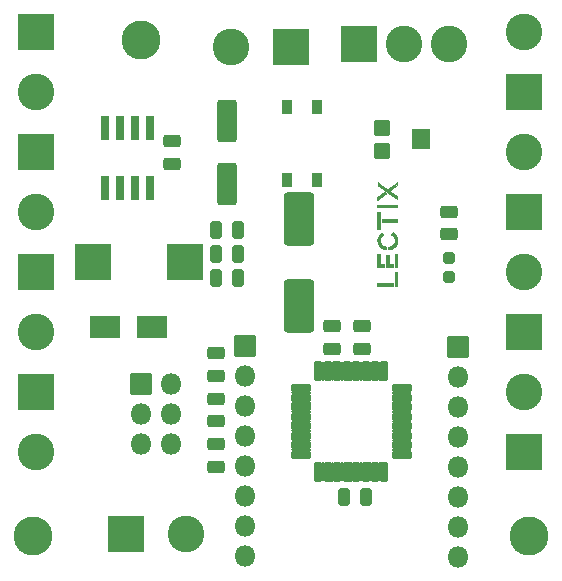
<source format=gts>
G04 #@! TF.GenerationSoftware,KiCad,Pcbnew,6.0.9-8da3e8f707~116~ubuntu20.04.1*
G04 #@! TF.CreationDate,2023-04-24T17:25:30+00:00*
G04 #@! TF.ProjectId,LEC008011,4c454330-3038-4303-9131-2e6b69636164,rev?*
G04 #@! TF.SameCoordinates,Original*
G04 #@! TF.FileFunction,Soldermask,Top*
G04 #@! TF.FilePolarity,Negative*
%FSLAX46Y46*%
G04 Gerber Fmt 4.6, Leading zero omitted, Abs format (unit mm)*
G04 Created by KiCad (PCBNEW 6.0.9-8da3e8f707~116~ubuntu20.04.1) date 2023-04-24 17:25:30*
%MOMM*%
%LPD*%
G01*
G04 APERTURE LIST*
G04 Aperture macros list*
%AMRoundRect*
0 Rectangle with rounded corners*
0 $1 Rounding radius*
0 $2 $3 $4 $5 $6 $7 $8 $9 X,Y pos of 4 corners*
0 Add a 4 corners polygon primitive as box body*
4,1,4,$2,$3,$4,$5,$6,$7,$8,$9,$2,$3,0*
0 Add four circle primitives for the rounded corners*
1,1,$1+$1,$2,$3*
1,1,$1+$1,$4,$5*
1,1,$1+$1,$6,$7*
1,1,$1+$1,$8,$9*
0 Add four rect primitives between the rounded corners*
20,1,$1+$1,$2,$3,$4,$5,0*
20,1,$1+$1,$4,$5,$6,$7,0*
20,1,$1+$1,$6,$7,$8,$9,0*
20,1,$1+$1,$8,$9,$2,$3,0*%
G04 Aperture macros list end*
%ADD10C,0.010000*%
%ADD11RoundRect,0.294750X0.456250X-0.243750X0.456250X0.243750X-0.456250X0.243750X-0.456250X-0.243750X0*%
%ADD12RoundRect,0.294750X-0.243750X-0.456250X0.243750X-0.456250X0.243750X0.456250X-0.243750X0.456250X0*%
%ADD13RoundRect,0.301000X1.000000X-1.950000X1.000000X1.950000X-1.000000X1.950000X-1.000000X-1.950000X0*%
%ADD14RoundRect,0.269750X-0.256250X0.218750X-0.256250X-0.218750X0.256250X-0.218750X0.256250X0.218750X0*%
%ADD15C,3.302000*%
%ADD16RoundRect,0.051000X-0.850000X-0.850000X0.850000X-0.850000X0.850000X0.850000X-0.850000X0.850000X0*%
%ADD17O,1.802000X1.802000*%
%ADD18RoundRect,0.051000X0.275000X-0.800000X0.275000X0.800000X-0.275000X0.800000X-0.275000X-0.800000X0*%
%ADD19RoundRect,0.051000X0.800000X0.275000X-0.800000X0.275000X-0.800000X-0.275000X0.800000X-0.275000X0*%
%ADD20RoundRect,0.051000X1.500000X1.500000X-1.500000X1.500000X-1.500000X-1.500000X1.500000X-1.500000X0*%
%ADD21C,3.102000*%
%ADD22RoundRect,0.051000X-1.500000X1.500000X-1.500000X-1.500000X1.500000X-1.500000X1.500000X1.500000X0*%
%ADD23RoundRect,0.051000X1.500000X-1.500000X1.500000X1.500000X-1.500000X1.500000X-1.500000X-1.500000X0*%
%ADD24RoundRect,0.051000X-1.500000X-1.500000X1.500000X-1.500000X1.500000X1.500000X-1.500000X1.500000X0*%
%ADD25RoundRect,0.051000X-0.600000X-0.600000X0.600000X-0.600000X0.600000X0.600000X-0.600000X0.600000X0*%
%ADD26RoundRect,0.051000X-0.750000X-0.800000X0.750000X-0.800000X0.750000X0.800000X-0.750000X0.800000X0*%
%ADD27RoundRect,0.051000X-1.499870X-1.499870X1.499870X-1.499870X1.499870X1.499870X-1.499870X1.499870X0*%
%ADD28C,3.101740*%
%ADD29RoundRect,0.294750X0.243750X0.456250X-0.243750X0.456250X-0.243750X-0.456250X0.243750X-0.456250X0*%
%ADD30RoundRect,0.051000X1.250000X0.900000X-1.250000X0.900000X-1.250000X-0.900000X1.250000X-0.900000X0*%
%ADD31RoundRect,0.213500X0.162500X-0.825000X0.162500X0.825000X-0.162500X0.825000X-0.162500X-0.825000X0*%
%ADD32RoundRect,0.301000X0.550000X-1.500000X0.550000X1.500000X-0.550000X1.500000X-0.550000X-1.500000X0*%
%ADD33RoundRect,0.051000X0.400000X-0.500000X0.400000X0.500000X-0.400000X0.500000X-0.400000X-0.500000X0*%
G04 APERTURE END LIST*
G04 #@! TO.C,LOGO1*
G36*
X103599183Y-61329852D02*
G01*
X103640298Y-61359936D01*
X103680325Y-61389213D01*
X103719069Y-61417542D01*
X103756338Y-61444783D01*
X103791940Y-61470794D01*
X103825680Y-61495434D01*
X103857366Y-61518564D01*
X103886806Y-61540043D01*
X103913806Y-61559729D01*
X103938172Y-61577482D01*
X103959713Y-61593161D01*
X103978236Y-61606626D01*
X103993546Y-61617735D01*
X104005452Y-61626349D01*
X104013760Y-61632326D01*
X104018277Y-61635526D01*
X104019087Y-61636054D01*
X104021269Y-61634593D01*
X104027370Y-61630293D01*
X104037192Y-61623297D01*
X104050541Y-61613744D01*
X104067220Y-61601776D01*
X104087032Y-61587535D01*
X104109783Y-61571162D01*
X104135275Y-61552798D01*
X104163314Y-61532584D01*
X104193701Y-61510663D01*
X104226243Y-61487175D01*
X104260742Y-61462261D01*
X104297003Y-61436062D01*
X104334829Y-61408721D01*
X104374025Y-61380378D01*
X104414395Y-61351175D01*
X104430766Y-61339329D01*
X104471564Y-61309810D01*
X104511274Y-61281087D01*
X104549701Y-61253301D01*
X104586647Y-61226595D01*
X104621916Y-61201111D01*
X104655310Y-61176990D01*
X104686635Y-61154374D01*
X104715692Y-61133405D01*
X104742285Y-61114225D01*
X104766218Y-61096975D01*
X104787293Y-61081798D01*
X104805315Y-61068836D01*
X104820086Y-61058230D01*
X104831411Y-61050122D01*
X104839091Y-61044654D01*
X104842932Y-61041967D01*
X104843347Y-61041704D01*
X104843981Y-61043984D01*
X104844522Y-61051178D01*
X104844969Y-61063122D01*
X104845317Y-61079651D01*
X104845563Y-61100600D01*
X104845703Y-61125804D01*
X104845734Y-61154734D01*
X104845649Y-61268610D01*
X104511780Y-61509910D01*
X104475037Y-61536474D01*
X104439426Y-61562235D01*
X104405163Y-61587035D01*
X104372466Y-61610717D01*
X104341550Y-61633124D01*
X104312632Y-61654098D01*
X104285929Y-61673483D01*
X104261658Y-61691120D01*
X104240034Y-61706853D01*
X104221274Y-61720525D01*
X104205596Y-61731977D01*
X104193215Y-61741052D01*
X104184347Y-61747594D01*
X104179211Y-61751444D01*
X104177933Y-61752480D01*
X104179950Y-61754094D01*
X104185854Y-61758545D01*
X104195427Y-61765676D01*
X104208455Y-61775326D01*
X104224722Y-61787339D01*
X104244010Y-61801553D01*
X104266106Y-61817812D01*
X104290791Y-61835956D01*
X104317851Y-61855827D01*
X104347070Y-61877266D01*
X104378231Y-61900113D01*
X104411119Y-61924211D01*
X104445518Y-61949400D01*
X104481211Y-61975523D01*
X104509644Y-61996320D01*
X104546214Y-62023075D01*
X104581667Y-62049035D01*
X104615786Y-62074039D01*
X104648355Y-62097928D01*
X104679156Y-62120542D01*
X104707973Y-62141721D01*
X104734589Y-62161307D01*
X104758787Y-62179137D01*
X104780350Y-62195054D01*
X104799061Y-62208898D01*
X104814704Y-62220507D01*
X104827061Y-62229724D01*
X104835916Y-62236387D01*
X104841051Y-62240338D01*
X104842335Y-62241430D01*
X104842529Y-62244426D01*
X104842680Y-62251975D01*
X104842789Y-62263550D01*
X104842853Y-62278625D01*
X104842870Y-62296673D01*
X104842839Y-62317167D01*
X104842759Y-62339581D01*
X104842672Y-62356352D01*
X104842010Y-62468733D01*
X104013970Y-61862775D01*
X103955907Y-61820283D01*
X103898878Y-61778543D01*
X103843019Y-61737657D01*
X103788469Y-61697724D01*
X103735363Y-61658846D01*
X103683839Y-61621122D01*
X103634036Y-61584653D01*
X103586089Y-61549541D01*
X103540136Y-61515885D01*
X103496314Y-61483786D01*
X103454761Y-61453345D01*
X103415614Y-61424662D01*
X103379011Y-61397838D01*
X103345087Y-61372973D01*
X103313981Y-61350168D01*
X103285831Y-61329523D01*
X103260772Y-61311140D01*
X103238943Y-61295118D01*
X103220481Y-61281559D01*
X103205522Y-61270563D01*
X103194205Y-61262229D01*
X103186667Y-61256660D01*
X103183044Y-61253955D01*
X103182728Y-61253706D01*
X103181936Y-61251871D01*
X103181292Y-61247807D01*
X103180789Y-61241140D01*
X103180418Y-61231496D01*
X103180171Y-61218503D01*
X103180039Y-61201788D01*
X103180016Y-61180976D01*
X103180092Y-61155696D01*
X103180188Y-61137150D01*
X103180850Y-61023704D01*
X103599183Y-61329852D01*
G37*
D10*
X103599183Y-61329852D02*
X103640298Y-61359936D01*
X103680325Y-61389213D01*
X103719069Y-61417542D01*
X103756338Y-61444783D01*
X103791940Y-61470794D01*
X103825680Y-61495434D01*
X103857366Y-61518564D01*
X103886806Y-61540043D01*
X103913806Y-61559729D01*
X103938172Y-61577482D01*
X103959713Y-61593161D01*
X103978236Y-61606626D01*
X103993546Y-61617735D01*
X104005452Y-61626349D01*
X104013760Y-61632326D01*
X104018277Y-61635526D01*
X104019087Y-61636054D01*
X104021269Y-61634593D01*
X104027370Y-61630293D01*
X104037192Y-61623297D01*
X104050541Y-61613744D01*
X104067220Y-61601776D01*
X104087032Y-61587535D01*
X104109783Y-61571162D01*
X104135275Y-61552798D01*
X104163314Y-61532584D01*
X104193701Y-61510663D01*
X104226243Y-61487175D01*
X104260742Y-61462261D01*
X104297003Y-61436062D01*
X104334829Y-61408721D01*
X104374025Y-61380378D01*
X104414395Y-61351175D01*
X104430766Y-61339329D01*
X104471564Y-61309810D01*
X104511274Y-61281087D01*
X104549701Y-61253301D01*
X104586647Y-61226595D01*
X104621916Y-61201111D01*
X104655310Y-61176990D01*
X104686635Y-61154374D01*
X104715692Y-61133405D01*
X104742285Y-61114225D01*
X104766218Y-61096975D01*
X104787293Y-61081798D01*
X104805315Y-61068836D01*
X104820086Y-61058230D01*
X104831411Y-61050122D01*
X104839091Y-61044654D01*
X104842932Y-61041967D01*
X104843347Y-61041704D01*
X104843981Y-61043984D01*
X104844522Y-61051178D01*
X104844969Y-61063122D01*
X104845317Y-61079651D01*
X104845563Y-61100600D01*
X104845703Y-61125804D01*
X104845734Y-61154734D01*
X104845649Y-61268610D01*
X104511780Y-61509910D01*
X104475037Y-61536474D01*
X104439426Y-61562235D01*
X104405163Y-61587035D01*
X104372466Y-61610717D01*
X104341550Y-61633124D01*
X104312632Y-61654098D01*
X104285929Y-61673483D01*
X104261658Y-61691120D01*
X104240034Y-61706853D01*
X104221274Y-61720525D01*
X104205596Y-61731977D01*
X104193215Y-61741052D01*
X104184347Y-61747594D01*
X104179211Y-61751444D01*
X104177933Y-61752480D01*
X104179950Y-61754094D01*
X104185854Y-61758545D01*
X104195427Y-61765676D01*
X104208455Y-61775326D01*
X104224722Y-61787339D01*
X104244010Y-61801553D01*
X104266106Y-61817812D01*
X104290791Y-61835956D01*
X104317851Y-61855827D01*
X104347070Y-61877266D01*
X104378231Y-61900113D01*
X104411119Y-61924211D01*
X104445518Y-61949400D01*
X104481211Y-61975523D01*
X104509644Y-61996320D01*
X104546214Y-62023075D01*
X104581667Y-62049035D01*
X104615786Y-62074039D01*
X104648355Y-62097928D01*
X104679156Y-62120542D01*
X104707973Y-62141721D01*
X104734589Y-62161307D01*
X104758787Y-62179137D01*
X104780350Y-62195054D01*
X104799061Y-62208898D01*
X104814704Y-62220507D01*
X104827061Y-62229724D01*
X104835916Y-62236387D01*
X104841051Y-62240338D01*
X104842335Y-62241430D01*
X104842529Y-62244426D01*
X104842680Y-62251975D01*
X104842789Y-62263550D01*
X104842853Y-62278625D01*
X104842870Y-62296673D01*
X104842839Y-62317167D01*
X104842759Y-62339581D01*
X104842672Y-62356352D01*
X104842010Y-62468733D01*
X104013970Y-61862775D01*
X103955907Y-61820283D01*
X103898878Y-61778543D01*
X103843019Y-61737657D01*
X103788469Y-61697724D01*
X103735363Y-61658846D01*
X103683839Y-61621122D01*
X103634036Y-61584653D01*
X103586089Y-61549541D01*
X103540136Y-61515885D01*
X103496314Y-61483786D01*
X103454761Y-61453345D01*
X103415614Y-61424662D01*
X103379011Y-61397838D01*
X103345087Y-61372973D01*
X103313981Y-61350168D01*
X103285831Y-61329523D01*
X103260772Y-61311140D01*
X103238943Y-61295118D01*
X103220481Y-61281559D01*
X103205522Y-61270563D01*
X103194205Y-61262229D01*
X103186667Y-61256660D01*
X103183044Y-61253955D01*
X103182728Y-61253706D01*
X103181936Y-61251871D01*
X103181292Y-61247807D01*
X103180789Y-61241140D01*
X103180418Y-61231496D01*
X103180171Y-61218503D01*
X103180039Y-61201788D01*
X103180016Y-61180976D01*
X103180092Y-61155696D01*
X103180188Y-61137150D01*
X103180850Y-61023704D01*
X103599183Y-61329852D01*
G36*
X104462864Y-65256350D02*
G01*
X104468246Y-65258764D01*
X104476130Y-65263171D01*
X104487022Y-65269839D01*
X104501432Y-65279037D01*
X104506730Y-65282468D01*
X104557247Y-65318255D01*
X104604456Y-65357767D01*
X104648181Y-65400747D01*
X104688245Y-65446939D01*
X104724473Y-65496085D01*
X104756690Y-65547929D01*
X104784719Y-65602214D01*
X104808386Y-65658683D01*
X104827513Y-65717078D01*
X104840608Y-65770614D01*
X104844715Y-65791549D01*
X104847937Y-65810693D01*
X104850387Y-65829214D01*
X104852177Y-65848279D01*
X104853419Y-65869056D01*
X104854226Y-65892714D01*
X104854665Y-65916810D01*
X104854860Y-65935035D01*
X104854960Y-65951929D01*
X104854966Y-65966719D01*
X104854880Y-65978633D01*
X104854704Y-65986897D01*
X104854485Y-65990470D01*
X104853741Y-65996358D01*
X104852630Y-66005690D01*
X104851341Y-66016862D01*
X104850735Y-66022220D01*
X104842047Y-66077997D01*
X104828574Y-66133993D01*
X104810545Y-66189599D01*
X104788188Y-66244206D01*
X104761731Y-66297203D01*
X104731401Y-66347981D01*
X104725955Y-66356230D01*
X104705098Y-66386202D01*
X104684653Y-66412956D01*
X104663317Y-66438058D01*
X104639790Y-66463073D01*
X104624501Y-66478282D01*
X104577656Y-66520480D01*
X104528179Y-66558384D01*
X104476236Y-66591914D01*
X104421994Y-66620986D01*
X104365618Y-66645518D01*
X104307274Y-66665426D01*
X104247129Y-66680629D01*
X104201477Y-66688813D01*
X104192261Y-66690020D01*
X104179810Y-66691423D01*
X104165307Y-66692913D01*
X104149937Y-66694382D01*
X104134885Y-66695719D01*
X104121334Y-66696815D01*
X104110470Y-66697562D01*
X104103505Y-66697850D01*
X104103107Y-66695398D01*
X104102738Y-66688379D01*
X104102405Y-66677308D01*
X104102119Y-66662696D01*
X104101886Y-66645059D01*
X104101717Y-66624909D01*
X104101620Y-66602759D01*
X104101600Y-66586481D01*
X104101600Y-66475101D01*
X104135255Y-66473598D01*
X104184642Y-66468880D01*
X104233391Y-66459286D01*
X104281126Y-66445012D01*
X104327472Y-66426257D01*
X104372055Y-66403216D01*
X104414500Y-66376087D01*
X104454432Y-66345067D01*
X104491476Y-66310352D01*
X104525258Y-66272140D01*
X104530066Y-66266060D01*
X104558193Y-66225962D01*
X104582754Y-66182655D01*
X104603491Y-66136786D01*
X104620147Y-66089001D01*
X104632466Y-66039946D01*
X104640191Y-65990267D01*
X104640331Y-65988939D01*
X104641812Y-65967583D01*
X104642277Y-65942988D01*
X104641784Y-65916830D01*
X104640393Y-65890784D01*
X104638161Y-65866525D01*
X104635369Y-65846960D01*
X104623968Y-65796580D01*
X104608011Y-65747829D01*
X104587722Y-65701027D01*
X104563326Y-65656494D01*
X104535050Y-65614553D01*
X104503119Y-65575523D01*
X104467757Y-65539725D01*
X104429189Y-65507479D01*
X104387642Y-65479107D01*
X104369570Y-65468541D01*
X104361866Y-65464236D01*
X104356162Y-65461023D01*
X104353660Y-65459581D01*
X104353648Y-65459572D01*
X104354589Y-65457282D01*
X104357586Y-65451034D01*
X104362356Y-65441378D01*
X104368617Y-65428866D01*
X104376087Y-65414050D01*
X104384484Y-65397482D01*
X104393526Y-65379712D01*
X104402930Y-65361291D01*
X104412414Y-65342773D01*
X104421697Y-65324708D01*
X104430496Y-65307647D01*
X104438530Y-65292143D01*
X104445515Y-65278746D01*
X104451170Y-65268008D01*
X104455212Y-65260481D01*
X104457360Y-65256716D01*
X104457574Y-65256421D01*
X104459476Y-65255658D01*
X104462864Y-65256350D01*
G37*
X104462864Y-65256350D02*
X104468246Y-65258764D01*
X104476130Y-65263171D01*
X104487022Y-65269839D01*
X104501432Y-65279037D01*
X104506730Y-65282468D01*
X104557247Y-65318255D01*
X104604456Y-65357767D01*
X104648181Y-65400747D01*
X104688245Y-65446939D01*
X104724473Y-65496085D01*
X104756690Y-65547929D01*
X104784719Y-65602214D01*
X104808386Y-65658683D01*
X104827513Y-65717078D01*
X104840608Y-65770614D01*
X104844715Y-65791549D01*
X104847937Y-65810693D01*
X104850387Y-65829214D01*
X104852177Y-65848279D01*
X104853419Y-65869056D01*
X104854226Y-65892714D01*
X104854665Y-65916810D01*
X104854860Y-65935035D01*
X104854960Y-65951929D01*
X104854966Y-65966719D01*
X104854880Y-65978633D01*
X104854704Y-65986897D01*
X104854485Y-65990470D01*
X104853741Y-65996358D01*
X104852630Y-66005690D01*
X104851341Y-66016862D01*
X104850735Y-66022220D01*
X104842047Y-66077997D01*
X104828574Y-66133993D01*
X104810545Y-66189599D01*
X104788188Y-66244206D01*
X104761731Y-66297203D01*
X104731401Y-66347981D01*
X104725955Y-66356230D01*
X104705098Y-66386202D01*
X104684653Y-66412956D01*
X104663317Y-66438058D01*
X104639790Y-66463073D01*
X104624501Y-66478282D01*
X104577656Y-66520480D01*
X104528179Y-66558384D01*
X104476236Y-66591914D01*
X104421994Y-66620986D01*
X104365618Y-66645518D01*
X104307274Y-66665426D01*
X104247129Y-66680629D01*
X104201477Y-66688813D01*
X104192261Y-66690020D01*
X104179810Y-66691423D01*
X104165307Y-66692913D01*
X104149937Y-66694382D01*
X104134885Y-66695719D01*
X104121334Y-66696815D01*
X104110470Y-66697562D01*
X104103505Y-66697850D01*
X104103107Y-66695398D01*
X104102738Y-66688379D01*
X104102405Y-66677308D01*
X104102119Y-66662696D01*
X104101886Y-66645059D01*
X104101717Y-66624909D01*
X104101620Y-66602759D01*
X104101600Y-66586481D01*
X104101600Y-66475101D01*
X104135255Y-66473598D01*
X104184642Y-66468880D01*
X104233391Y-66459286D01*
X104281126Y-66445012D01*
X104327472Y-66426257D01*
X104372055Y-66403216D01*
X104414500Y-66376087D01*
X104454432Y-66345067D01*
X104491476Y-66310352D01*
X104525258Y-66272140D01*
X104530066Y-66266060D01*
X104558193Y-66225962D01*
X104582754Y-66182655D01*
X104603491Y-66136786D01*
X104620147Y-66089001D01*
X104632466Y-66039946D01*
X104640191Y-65990267D01*
X104640331Y-65988939D01*
X104641812Y-65967583D01*
X104642277Y-65942988D01*
X104641784Y-65916830D01*
X104640393Y-65890784D01*
X104638161Y-65866525D01*
X104635369Y-65846960D01*
X104623968Y-65796580D01*
X104608011Y-65747829D01*
X104587722Y-65701027D01*
X104563326Y-65656494D01*
X104535050Y-65614553D01*
X104503119Y-65575523D01*
X104467757Y-65539725D01*
X104429189Y-65507479D01*
X104387642Y-65479107D01*
X104369570Y-65468541D01*
X104361866Y-65464236D01*
X104356162Y-65461023D01*
X104353660Y-65459581D01*
X104353648Y-65459572D01*
X104354589Y-65457282D01*
X104357586Y-65451034D01*
X104362356Y-65441378D01*
X104368617Y-65428866D01*
X104376087Y-65414050D01*
X104384484Y-65397482D01*
X104393526Y-65379712D01*
X104402930Y-65361291D01*
X104412414Y-65342773D01*
X104421697Y-65324708D01*
X104430496Y-65307647D01*
X104438530Y-65292143D01*
X104445515Y-65278746D01*
X104451170Y-65268008D01*
X104455212Y-65260481D01*
X104457360Y-65256716D01*
X104457574Y-65256421D01*
X104459476Y-65255658D01*
X104462864Y-65256350D01*
G36*
X104853440Y-69791580D02*
G01*
X104629920Y-69791580D01*
X104629920Y-68643500D01*
X104853440Y-68643500D01*
X104853440Y-69791580D01*
G37*
X104853440Y-69791580D02*
X104629920Y-69791580D01*
X104629920Y-68643500D01*
X104853440Y-68643500D01*
X104853440Y-69791580D01*
G36*
X103387860Y-67972940D02*
G01*
X103700280Y-67972940D01*
X103700280Y-68196460D01*
X103166880Y-68196460D01*
X103166880Y-67099180D01*
X103387860Y-67099180D01*
X103387860Y-67972940D01*
G37*
X103387860Y-67972940D02*
X103700280Y-67972940D01*
X103700280Y-68196460D01*
X103166880Y-68196460D01*
X103166880Y-67099180D01*
X103387860Y-67099180D01*
X103387860Y-67972940D01*
G36*
X104853440Y-68191380D02*
G01*
X104629920Y-68191380D01*
X104629920Y-67099180D01*
X104853440Y-67099180D01*
X104853440Y-68191380D01*
G37*
X104853440Y-68191380D02*
X104629920Y-68191380D01*
X104629920Y-67099180D01*
X104853440Y-67099180D01*
X104853440Y-68191380D01*
G36*
X103395480Y-64950340D02*
G01*
X103174500Y-64950340D01*
X103174500Y-63581280D01*
X103395480Y-63581280D01*
X103395480Y-64950340D01*
G37*
X103395480Y-64950340D02*
X103174500Y-64950340D01*
X103174500Y-63581280D01*
X103395480Y-63581280D01*
X103395480Y-64950340D01*
G36*
X104452120Y-69791580D02*
G01*
X103177040Y-69791580D01*
X103177040Y-69570600D01*
X104452120Y-69570600D01*
X104452120Y-69791580D01*
G37*
X104452120Y-69791580D02*
X103177040Y-69791580D01*
X103177040Y-69570600D01*
X104452120Y-69570600D01*
X104452120Y-69791580D01*
G36*
X104845820Y-64381380D02*
G01*
X103563120Y-64381380D01*
X103563120Y-64160400D01*
X104845820Y-64160400D01*
X104845820Y-64381380D01*
G37*
X104845820Y-64381380D02*
X103563120Y-64381380D01*
X103563120Y-64160400D01*
X104845820Y-64160400D01*
X104845820Y-64381380D01*
G36*
X103747001Y-61861871D02*
G01*
X103753439Y-61865923D01*
X103762779Y-61872183D01*
X103774461Y-61880245D01*
X103787928Y-61889707D01*
X103802622Y-61900162D01*
X103817984Y-61911207D01*
X103833457Y-61922438D01*
X103848483Y-61933449D01*
X103862504Y-61943838D01*
X103874962Y-61953199D01*
X103885298Y-61961128D01*
X103892955Y-61967221D01*
X103897375Y-61971073D01*
X103898247Y-61972190D01*
X103896223Y-61973929D01*
X103890295Y-61978496D01*
X103880671Y-61985736D01*
X103867561Y-61995498D01*
X103851174Y-62007627D01*
X103831719Y-62021971D01*
X103809405Y-62038375D01*
X103784442Y-62056687D01*
X103757037Y-62076753D01*
X103727402Y-62098421D01*
X103695743Y-62121535D01*
X103662272Y-62145944D01*
X103627196Y-62171494D01*
X103590724Y-62198032D01*
X103553067Y-62225404D01*
X103541493Y-62233810D01*
X103503445Y-62261442D01*
X103466468Y-62288293D01*
X103430772Y-62314211D01*
X103396572Y-62339040D01*
X103364081Y-62362626D01*
X103333511Y-62384814D01*
X103305075Y-62405451D01*
X103278985Y-62424382D01*
X103255456Y-62441452D01*
X103234699Y-62456507D01*
X103216927Y-62469392D01*
X103202354Y-62479953D01*
X103191192Y-62488036D01*
X103183654Y-62493486D01*
X103179952Y-62496149D01*
X103179630Y-62496375D01*
X103178417Y-62497123D01*
X103177412Y-62497285D01*
X103176595Y-62496437D01*
X103175947Y-62494156D01*
X103175449Y-62490019D01*
X103175081Y-62483601D01*
X103174823Y-62474478D01*
X103174655Y-62462228D01*
X103174559Y-62446427D01*
X103174514Y-62426651D01*
X103174500Y-62402475D01*
X103174499Y-62385446D01*
X103174500Y-62271032D01*
X103457044Y-62065731D01*
X103490835Y-62041201D01*
X103523537Y-62017507D01*
X103554909Y-61994820D01*
X103584714Y-61973311D01*
X103612711Y-61953152D01*
X103638663Y-61934513D01*
X103662329Y-61917565D01*
X103683470Y-61902480D01*
X103701848Y-61889429D01*
X103717223Y-61878582D01*
X103729356Y-61870111D01*
X103738009Y-61864186D01*
X103742942Y-61860979D01*
X103744021Y-61860430D01*
X103747001Y-61861871D01*
G37*
X103747001Y-61861871D02*
X103753439Y-61865923D01*
X103762779Y-61872183D01*
X103774461Y-61880245D01*
X103787928Y-61889707D01*
X103802622Y-61900162D01*
X103817984Y-61911207D01*
X103833457Y-61922438D01*
X103848483Y-61933449D01*
X103862504Y-61943838D01*
X103874962Y-61953199D01*
X103885298Y-61961128D01*
X103892955Y-61967221D01*
X103897375Y-61971073D01*
X103898247Y-61972190D01*
X103896223Y-61973929D01*
X103890295Y-61978496D01*
X103880671Y-61985736D01*
X103867561Y-61995498D01*
X103851174Y-62007627D01*
X103831719Y-62021971D01*
X103809405Y-62038375D01*
X103784442Y-62056687D01*
X103757037Y-62076753D01*
X103727402Y-62098421D01*
X103695743Y-62121535D01*
X103662272Y-62145944D01*
X103627196Y-62171494D01*
X103590724Y-62198032D01*
X103553067Y-62225404D01*
X103541493Y-62233810D01*
X103503445Y-62261442D01*
X103466468Y-62288293D01*
X103430772Y-62314211D01*
X103396572Y-62339040D01*
X103364081Y-62362626D01*
X103333511Y-62384814D01*
X103305075Y-62405451D01*
X103278985Y-62424382D01*
X103255456Y-62441452D01*
X103234699Y-62456507D01*
X103216927Y-62469392D01*
X103202354Y-62479953D01*
X103191192Y-62488036D01*
X103183654Y-62493486D01*
X103179952Y-62496149D01*
X103179630Y-62496375D01*
X103178417Y-62497123D01*
X103177412Y-62497285D01*
X103176595Y-62496437D01*
X103175947Y-62494156D01*
X103175449Y-62490019D01*
X103175081Y-62483601D01*
X103174823Y-62474478D01*
X103174655Y-62462228D01*
X103174559Y-62446427D01*
X103174514Y-62426651D01*
X103174500Y-62402475D01*
X103174499Y-62385446D01*
X103174500Y-62271032D01*
X103457044Y-62065731D01*
X103490835Y-62041201D01*
X103523537Y-62017507D01*
X103554909Y-61994820D01*
X103584714Y-61973311D01*
X103612711Y-61953152D01*
X103638663Y-61934513D01*
X103662329Y-61917565D01*
X103683470Y-61902480D01*
X103701848Y-61889429D01*
X103717223Y-61878582D01*
X103729356Y-61870111D01*
X103738009Y-61864186D01*
X103742942Y-61860979D01*
X103744021Y-61860430D01*
X103747001Y-61861871D01*
G36*
X104845820Y-63134240D02*
G01*
X103174500Y-63134240D01*
X103174500Y-62913260D01*
X104845820Y-62913260D01*
X104845820Y-63134240D01*
G37*
X104845820Y-63134240D02*
X103174500Y-63134240D01*
X103174500Y-62913260D01*
X104845820Y-62913260D01*
X104845820Y-63134240D01*
G36*
X104109220Y-67972940D02*
G01*
X104452120Y-67972940D01*
X104452120Y-68193920D01*
X103885700Y-68193920D01*
X103885700Y-67213480D01*
X104109220Y-67213480D01*
X104109220Y-67972940D01*
G37*
X104109220Y-67972940D02*
X104452120Y-67972940D01*
X104452120Y-68193920D01*
X103885700Y-68193920D01*
X103885700Y-67213480D01*
X104109220Y-67213480D01*
X104109220Y-67972940D01*
G36*
X103548046Y-65292073D02*
G01*
X103549794Y-65294384D01*
X103553936Y-65300416D01*
X103560116Y-65309624D01*
X103567976Y-65321459D01*
X103577159Y-65335373D01*
X103587308Y-65350819D01*
X103598066Y-65367250D01*
X103609075Y-65384117D01*
X103619979Y-65400873D01*
X103630419Y-65416971D01*
X103640039Y-65431862D01*
X103648482Y-65445000D01*
X103655390Y-65455835D01*
X103660407Y-65463822D01*
X103663174Y-65468412D01*
X103663584Y-65469206D01*
X103662718Y-65472032D01*
X103658095Y-65476095D01*
X103649339Y-65481695D01*
X103643914Y-65484816D01*
X103616428Y-65501911D01*
X103588002Y-65522573D01*
X103559852Y-65545771D01*
X103533197Y-65570472D01*
X103509254Y-65595644D01*
X103499140Y-65607520D01*
X103469172Y-65648154D01*
X103443127Y-65691753D01*
X103421226Y-65737804D01*
X103403690Y-65785792D01*
X103390740Y-65835203D01*
X103383813Y-65875548D01*
X103381768Y-65897054D01*
X103380722Y-65921779D01*
X103380637Y-65948240D01*
X103381480Y-65974955D01*
X103383214Y-66000443D01*
X103385804Y-66023221D01*
X103387603Y-66034174D01*
X103399608Y-66084714D01*
X103416099Y-66133225D01*
X103436857Y-66179466D01*
X103461666Y-66223196D01*
X103490308Y-66264174D01*
X103522566Y-66302159D01*
X103558223Y-66336910D01*
X103597062Y-66368186D01*
X103638864Y-66395748D01*
X103683413Y-66419352D01*
X103730492Y-66438760D01*
X103761621Y-66448801D01*
X103806052Y-66459444D01*
X103852105Y-66466072D01*
X103890145Y-66468568D01*
X103931420Y-66469972D01*
X103931420Y-66690969D01*
X103886335Y-66689493D01*
X103826765Y-66685049D01*
X103768219Y-66675761D01*
X103710945Y-66661804D01*
X103655192Y-66643357D01*
X103601206Y-66620595D01*
X103549239Y-66593694D01*
X103499537Y-66562832D01*
X103452349Y-66528184D01*
X103407923Y-66489927D01*
X103366510Y-66448238D01*
X103328355Y-66403292D01*
X103293709Y-66355267D01*
X103262820Y-66304339D01*
X103235936Y-66250684D01*
X103222046Y-66217800D01*
X103203465Y-66164923D01*
X103188763Y-66110211D01*
X103177716Y-66052795D01*
X103175434Y-66037460D01*
X103173688Y-66021281D01*
X103172339Y-66001218D01*
X103171399Y-65978456D01*
X103170875Y-65954175D01*
X103170777Y-65929559D01*
X103171115Y-65905791D01*
X103171898Y-65884051D01*
X103173135Y-65865524D01*
X103174013Y-65857120D01*
X103184111Y-65795464D01*
X103198858Y-65735518D01*
X103218120Y-65677498D01*
X103241760Y-65621620D01*
X103269642Y-65568099D01*
X103301632Y-65517150D01*
X103337592Y-65468988D01*
X103377388Y-65423829D01*
X103420884Y-65381889D01*
X103467944Y-65343383D01*
X103518433Y-65308525D01*
X103520462Y-65307247D01*
X103530604Y-65301050D01*
X103539176Y-65296127D01*
X103545284Y-65292968D01*
X103548034Y-65292067D01*
X103548046Y-65292073D01*
G37*
X103548046Y-65292073D02*
X103549794Y-65294384D01*
X103553936Y-65300416D01*
X103560116Y-65309624D01*
X103567976Y-65321459D01*
X103577159Y-65335373D01*
X103587308Y-65350819D01*
X103598066Y-65367250D01*
X103609075Y-65384117D01*
X103619979Y-65400873D01*
X103630419Y-65416971D01*
X103640039Y-65431862D01*
X103648482Y-65445000D01*
X103655390Y-65455835D01*
X103660407Y-65463822D01*
X103663174Y-65468412D01*
X103663584Y-65469206D01*
X103662718Y-65472032D01*
X103658095Y-65476095D01*
X103649339Y-65481695D01*
X103643914Y-65484816D01*
X103616428Y-65501911D01*
X103588002Y-65522573D01*
X103559852Y-65545771D01*
X103533197Y-65570472D01*
X103509254Y-65595644D01*
X103499140Y-65607520D01*
X103469172Y-65648154D01*
X103443127Y-65691753D01*
X103421226Y-65737804D01*
X103403690Y-65785792D01*
X103390740Y-65835203D01*
X103383813Y-65875548D01*
X103381768Y-65897054D01*
X103380722Y-65921779D01*
X103380637Y-65948240D01*
X103381480Y-65974955D01*
X103383214Y-66000443D01*
X103385804Y-66023221D01*
X103387603Y-66034174D01*
X103399608Y-66084714D01*
X103416099Y-66133225D01*
X103436857Y-66179466D01*
X103461666Y-66223196D01*
X103490308Y-66264174D01*
X103522566Y-66302159D01*
X103558223Y-66336910D01*
X103597062Y-66368186D01*
X103638864Y-66395748D01*
X103683413Y-66419352D01*
X103730492Y-66438760D01*
X103761621Y-66448801D01*
X103806052Y-66459444D01*
X103852105Y-66466072D01*
X103890145Y-66468568D01*
X103931420Y-66469972D01*
X103931420Y-66690969D01*
X103886335Y-66689493D01*
X103826765Y-66685049D01*
X103768219Y-66675761D01*
X103710945Y-66661804D01*
X103655192Y-66643357D01*
X103601206Y-66620595D01*
X103549239Y-66593694D01*
X103499537Y-66562832D01*
X103452349Y-66528184D01*
X103407923Y-66489927D01*
X103366510Y-66448238D01*
X103328355Y-66403292D01*
X103293709Y-66355267D01*
X103262820Y-66304339D01*
X103235936Y-66250684D01*
X103222046Y-66217800D01*
X103203465Y-66164923D01*
X103188763Y-66110211D01*
X103177716Y-66052795D01*
X103175434Y-66037460D01*
X103173688Y-66021281D01*
X103172339Y-66001218D01*
X103171399Y-65978456D01*
X103170875Y-65954175D01*
X103170777Y-65929559D01*
X103171115Y-65905791D01*
X103171898Y-65884051D01*
X103173135Y-65865524D01*
X103174013Y-65857120D01*
X103184111Y-65795464D01*
X103198858Y-65735518D01*
X103218120Y-65677498D01*
X103241760Y-65621620D01*
X103269642Y-65568099D01*
X103301632Y-65517150D01*
X103337592Y-65468988D01*
X103377388Y-65423829D01*
X103420884Y-65381889D01*
X103467944Y-65343383D01*
X103518433Y-65308525D01*
X103520462Y-65307247D01*
X103530604Y-65301050D01*
X103539176Y-65296127D01*
X103545284Y-65292968D01*
X103548034Y-65292067D01*
X103548046Y-65292073D01*
G36*
X103599183Y-61329852D02*
G01*
X103640298Y-61359936D01*
X103680325Y-61389213D01*
X103719069Y-61417542D01*
X103756338Y-61444783D01*
X103791940Y-61470794D01*
X103825680Y-61495434D01*
X103857366Y-61518564D01*
X103886806Y-61540043D01*
X103913806Y-61559729D01*
X103938172Y-61577482D01*
X103959713Y-61593161D01*
X103978236Y-61606626D01*
X103993546Y-61617735D01*
X104005452Y-61626349D01*
X104013760Y-61632326D01*
X104018277Y-61635526D01*
X104019087Y-61636054D01*
X104021269Y-61634593D01*
X104027370Y-61630293D01*
X104037192Y-61623297D01*
X104050541Y-61613744D01*
X104067220Y-61601776D01*
X104087032Y-61587535D01*
X104109783Y-61571162D01*
X104135275Y-61552798D01*
X104163314Y-61532584D01*
X104193701Y-61510663D01*
X104226243Y-61487175D01*
X104260742Y-61462261D01*
X104297003Y-61436062D01*
X104334829Y-61408721D01*
X104374025Y-61380378D01*
X104414395Y-61351175D01*
X104430766Y-61339329D01*
X104471564Y-61309810D01*
X104511274Y-61281087D01*
X104549701Y-61253301D01*
X104586647Y-61226595D01*
X104621916Y-61201111D01*
X104655310Y-61176990D01*
X104686635Y-61154374D01*
X104715692Y-61133405D01*
X104742285Y-61114225D01*
X104766218Y-61096975D01*
X104787293Y-61081798D01*
X104805315Y-61068836D01*
X104820086Y-61058230D01*
X104831411Y-61050122D01*
X104839091Y-61044654D01*
X104842932Y-61041967D01*
X104843347Y-61041704D01*
X104843981Y-61043984D01*
X104844522Y-61051178D01*
X104844969Y-61063122D01*
X104845317Y-61079651D01*
X104845563Y-61100600D01*
X104845703Y-61125804D01*
X104845734Y-61154734D01*
X104845649Y-61268610D01*
X104511780Y-61509910D01*
X104475037Y-61536474D01*
X104439426Y-61562235D01*
X104405163Y-61587035D01*
X104372466Y-61610717D01*
X104341550Y-61633124D01*
X104312632Y-61654098D01*
X104285929Y-61673483D01*
X104261658Y-61691120D01*
X104240034Y-61706853D01*
X104221274Y-61720525D01*
X104205596Y-61731977D01*
X104193215Y-61741052D01*
X104184347Y-61747594D01*
X104179211Y-61751444D01*
X104177933Y-61752480D01*
X104179950Y-61754094D01*
X104185854Y-61758545D01*
X104195427Y-61765676D01*
X104208455Y-61775326D01*
X104224722Y-61787339D01*
X104244010Y-61801553D01*
X104266106Y-61817812D01*
X104290791Y-61835956D01*
X104317851Y-61855827D01*
X104347070Y-61877266D01*
X104378231Y-61900113D01*
X104411119Y-61924211D01*
X104445518Y-61949400D01*
X104481211Y-61975523D01*
X104509644Y-61996320D01*
X104546214Y-62023075D01*
X104581667Y-62049035D01*
X104615786Y-62074039D01*
X104648355Y-62097928D01*
X104679156Y-62120542D01*
X104707973Y-62141721D01*
X104734589Y-62161307D01*
X104758787Y-62179137D01*
X104780350Y-62195054D01*
X104799061Y-62208898D01*
X104814704Y-62220507D01*
X104827061Y-62229724D01*
X104835916Y-62236387D01*
X104841051Y-62240338D01*
X104842335Y-62241430D01*
X104842529Y-62244426D01*
X104842680Y-62251975D01*
X104842789Y-62263550D01*
X104842853Y-62278625D01*
X104842870Y-62296673D01*
X104842839Y-62317167D01*
X104842759Y-62339581D01*
X104842672Y-62356352D01*
X104842010Y-62468733D01*
X104013970Y-61862775D01*
X103955907Y-61820283D01*
X103898878Y-61778543D01*
X103843019Y-61737657D01*
X103788469Y-61697724D01*
X103735363Y-61658846D01*
X103683839Y-61621122D01*
X103634036Y-61584653D01*
X103586089Y-61549541D01*
X103540136Y-61515885D01*
X103496314Y-61483786D01*
X103454761Y-61453345D01*
X103415614Y-61424662D01*
X103379011Y-61397838D01*
X103345087Y-61372973D01*
X103313981Y-61350168D01*
X103285831Y-61329523D01*
X103260772Y-61311140D01*
X103238943Y-61295118D01*
X103220481Y-61281559D01*
X103205522Y-61270563D01*
X103194205Y-61262229D01*
X103186667Y-61256660D01*
X103183044Y-61253955D01*
X103182728Y-61253706D01*
X103181936Y-61251871D01*
X103181292Y-61247807D01*
X103180789Y-61241140D01*
X103180418Y-61231496D01*
X103180171Y-61218503D01*
X103180039Y-61201788D01*
X103180016Y-61180976D01*
X103180092Y-61155696D01*
X103180188Y-61137150D01*
X103180850Y-61023704D01*
X103599183Y-61329852D01*
G37*
X103599183Y-61329852D02*
X103640298Y-61359936D01*
X103680325Y-61389213D01*
X103719069Y-61417542D01*
X103756338Y-61444783D01*
X103791940Y-61470794D01*
X103825680Y-61495434D01*
X103857366Y-61518564D01*
X103886806Y-61540043D01*
X103913806Y-61559729D01*
X103938172Y-61577482D01*
X103959713Y-61593161D01*
X103978236Y-61606626D01*
X103993546Y-61617735D01*
X104005452Y-61626349D01*
X104013760Y-61632326D01*
X104018277Y-61635526D01*
X104019087Y-61636054D01*
X104021269Y-61634593D01*
X104027370Y-61630293D01*
X104037192Y-61623297D01*
X104050541Y-61613744D01*
X104067220Y-61601776D01*
X104087032Y-61587535D01*
X104109783Y-61571162D01*
X104135275Y-61552798D01*
X104163314Y-61532584D01*
X104193701Y-61510663D01*
X104226243Y-61487175D01*
X104260742Y-61462261D01*
X104297003Y-61436062D01*
X104334829Y-61408721D01*
X104374025Y-61380378D01*
X104414395Y-61351175D01*
X104430766Y-61339329D01*
X104471564Y-61309810D01*
X104511274Y-61281087D01*
X104549701Y-61253301D01*
X104586647Y-61226595D01*
X104621916Y-61201111D01*
X104655310Y-61176990D01*
X104686635Y-61154374D01*
X104715692Y-61133405D01*
X104742285Y-61114225D01*
X104766218Y-61096975D01*
X104787293Y-61081798D01*
X104805315Y-61068836D01*
X104820086Y-61058230D01*
X104831411Y-61050122D01*
X104839091Y-61044654D01*
X104842932Y-61041967D01*
X104843347Y-61041704D01*
X104843981Y-61043984D01*
X104844522Y-61051178D01*
X104844969Y-61063122D01*
X104845317Y-61079651D01*
X104845563Y-61100600D01*
X104845703Y-61125804D01*
X104845734Y-61154734D01*
X104845649Y-61268610D01*
X104511780Y-61509910D01*
X104475037Y-61536474D01*
X104439426Y-61562235D01*
X104405163Y-61587035D01*
X104372466Y-61610717D01*
X104341550Y-61633124D01*
X104312632Y-61654098D01*
X104285929Y-61673483D01*
X104261658Y-61691120D01*
X104240034Y-61706853D01*
X104221274Y-61720525D01*
X104205596Y-61731977D01*
X104193215Y-61741052D01*
X104184347Y-61747594D01*
X104179211Y-61751444D01*
X104177933Y-61752480D01*
X104179950Y-61754094D01*
X104185854Y-61758545D01*
X104195427Y-61765676D01*
X104208455Y-61775326D01*
X104224722Y-61787339D01*
X104244010Y-61801553D01*
X104266106Y-61817812D01*
X104290791Y-61835956D01*
X104317851Y-61855827D01*
X104347070Y-61877266D01*
X104378231Y-61900113D01*
X104411119Y-61924211D01*
X104445518Y-61949400D01*
X104481211Y-61975523D01*
X104509644Y-61996320D01*
X104546214Y-62023075D01*
X104581667Y-62049035D01*
X104615786Y-62074039D01*
X104648355Y-62097928D01*
X104679156Y-62120542D01*
X104707973Y-62141721D01*
X104734589Y-62161307D01*
X104758787Y-62179137D01*
X104780350Y-62195054D01*
X104799061Y-62208898D01*
X104814704Y-62220507D01*
X104827061Y-62229724D01*
X104835916Y-62236387D01*
X104841051Y-62240338D01*
X104842335Y-62241430D01*
X104842529Y-62244426D01*
X104842680Y-62251975D01*
X104842789Y-62263550D01*
X104842853Y-62278625D01*
X104842870Y-62296673D01*
X104842839Y-62317167D01*
X104842759Y-62339581D01*
X104842672Y-62356352D01*
X104842010Y-62468733D01*
X104013970Y-61862775D01*
X103955907Y-61820283D01*
X103898878Y-61778543D01*
X103843019Y-61737657D01*
X103788469Y-61697724D01*
X103735363Y-61658846D01*
X103683839Y-61621122D01*
X103634036Y-61584653D01*
X103586089Y-61549541D01*
X103540136Y-61515885D01*
X103496314Y-61483786D01*
X103454761Y-61453345D01*
X103415614Y-61424662D01*
X103379011Y-61397838D01*
X103345087Y-61372973D01*
X103313981Y-61350168D01*
X103285831Y-61329523D01*
X103260772Y-61311140D01*
X103238943Y-61295118D01*
X103220481Y-61281559D01*
X103205522Y-61270563D01*
X103194205Y-61262229D01*
X103186667Y-61256660D01*
X103183044Y-61253955D01*
X103182728Y-61253706D01*
X103181936Y-61251871D01*
X103181292Y-61247807D01*
X103180789Y-61241140D01*
X103180418Y-61231496D01*
X103180171Y-61218503D01*
X103180039Y-61201788D01*
X103180016Y-61180976D01*
X103180092Y-61155696D01*
X103180188Y-61137150D01*
X103180850Y-61023704D01*
X103599183Y-61329852D01*
G36*
X104462864Y-65256350D02*
G01*
X104468246Y-65258764D01*
X104476130Y-65263171D01*
X104487022Y-65269839D01*
X104501432Y-65279037D01*
X104506730Y-65282468D01*
X104557247Y-65318255D01*
X104604456Y-65357767D01*
X104648181Y-65400747D01*
X104688245Y-65446939D01*
X104724473Y-65496085D01*
X104756690Y-65547929D01*
X104784719Y-65602214D01*
X104808386Y-65658683D01*
X104827513Y-65717078D01*
X104840608Y-65770614D01*
X104844715Y-65791549D01*
X104847937Y-65810693D01*
X104850387Y-65829214D01*
X104852177Y-65848279D01*
X104853419Y-65869056D01*
X104854226Y-65892714D01*
X104854665Y-65916810D01*
X104854860Y-65935035D01*
X104854960Y-65951929D01*
X104854966Y-65966719D01*
X104854880Y-65978633D01*
X104854704Y-65986897D01*
X104854485Y-65990470D01*
X104853741Y-65996358D01*
X104852630Y-66005690D01*
X104851341Y-66016862D01*
X104850735Y-66022220D01*
X104842047Y-66077997D01*
X104828574Y-66133993D01*
X104810545Y-66189599D01*
X104788188Y-66244206D01*
X104761731Y-66297203D01*
X104731401Y-66347981D01*
X104725955Y-66356230D01*
X104705098Y-66386202D01*
X104684653Y-66412956D01*
X104663317Y-66438058D01*
X104639790Y-66463073D01*
X104624501Y-66478282D01*
X104577656Y-66520480D01*
X104528179Y-66558384D01*
X104476236Y-66591914D01*
X104421994Y-66620986D01*
X104365618Y-66645518D01*
X104307274Y-66665426D01*
X104247129Y-66680629D01*
X104201477Y-66688813D01*
X104192261Y-66690020D01*
X104179810Y-66691423D01*
X104165307Y-66692913D01*
X104149937Y-66694382D01*
X104134885Y-66695719D01*
X104121334Y-66696815D01*
X104110470Y-66697562D01*
X104103505Y-66697850D01*
X104103107Y-66695398D01*
X104102738Y-66688379D01*
X104102405Y-66677308D01*
X104102119Y-66662696D01*
X104101886Y-66645059D01*
X104101717Y-66624909D01*
X104101620Y-66602759D01*
X104101600Y-66586481D01*
X104101600Y-66475101D01*
X104135255Y-66473598D01*
X104184642Y-66468880D01*
X104233391Y-66459286D01*
X104281126Y-66445012D01*
X104327472Y-66426257D01*
X104372055Y-66403216D01*
X104414500Y-66376087D01*
X104454432Y-66345067D01*
X104491476Y-66310352D01*
X104525258Y-66272140D01*
X104530066Y-66266060D01*
X104558193Y-66225962D01*
X104582754Y-66182655D01*
X104603491Y-66136786D01*
X104620147Y-66089001D01*
X104632466Y-66039946D01*
X104640191Y-65990267D01*
X104640331Y-65988939D01*
X104641812Y-65967583D01*
X104642277Y-65942988D01*
X104641784Y-65916830D01*
X104640393Y-65890784D01*
X104638161Y-65866525D01*
X104635369Y-65846960D01*
X104623968Y-65796580D01*
X104608011Y-65747829D01*
X104587722Y-65701027D01*
X104563326Y-65656494D01*
X104535050Y-65614553D01*
X104503119Y-65575523D01*
X104467757Y-65539725D01*
X104429189Y-65507479D01*
X104387642Y-65479107D01*
X104369570Y-65468541D01*
X104361866Y-65464236D01*
X104356162Y-65461023D01*
X104353660Y-65459581D01*
X104353648Y-65459572D01*
X104354589Y-65457282D01*
X104357586Y-65451034D01*
X104362356Y-65441378D01*
X104368617Y-65428866D01*
X104376087Y-65414050D01*
X104384484Y-65397482D01*
X104393526Y-65379712D01*
X104402930Y-65361291D01*
X104412414Y-65342773D01*
X104421697Y-65324708D01*
X104430496Y-65307647D01*
X104438530Y-65292143D01*
X104445515Y-65278746D01*
X104451170Y-65268008D01*
X104455212Y-65260481D01*
X104457360Y-65256716D01*
X104457574Y-65256421D01*
X104459476Y-65255658D01*
X104462864Y-65256350D01*
G37*
X104462864Y-65256350D02*
X104468246Y-65258764D01*
X104476130Y-65263171D01*
X104487022Y-65269839D01*
X104501432Y-65279037D01*
X104506730Y-65282468D01*
X104557247Y-65318255D01*
X104604456Y-65357767D01*
X104648181Y-65400747D01*
X104688245Y-65446939D01*
X104724473Y-65496085D01*
X104756690Y-65547929D01*
X104784719Y-65602214D01*
X104808386Y-65658683D01*
X104827513Y-65717078D01*
X104840608Y-65770614D01*
X104844715Y-65791549D01*
X104847937Y-65810693D01*
X104850387Y-65829214D01*
X104852177Y-65848279D01*
X104853419Y-65869056D01*
X104854226Y-65892714D01*
X104854665Y-65916810D01*
X104854860Y-65935035D01*
X104854960Y-65951929D01*
X104854966Y-65966719D01*
X104854880Y-65978633D01*
X104854704Y-65986897D01*
X104854485Y-65990470D01*
X104853741Y-65996358D01*
X104852630Y-66005690D01*
X104851341Y-66016862D01*
X104850735Y-66022220D01*
X104842047Y-66077997D01*
X104828574Y-66133993D01*
X104810545Y-66189599D01*
X104788188Y-66244206D01*
X104761731Y-66297203D01*
X104731401Y-66347981D01*
X104725955Y-66356230D01*
X104705098Y-66386202D01*
X104684653Y-66412956D01*
X104663317Y-66438058D01*
X104639790Y-66463073D01*
X104624501Y-66478282D01*
X104577656Y-66520480D01*
X104528179Y-66558384D01*
X104476236Y-66591914D01*
X104421994Y-66620986D01*
X104365618Y-66645518D01*
X104307274Y-66665426D01*
X104247129Y-66680629D01*
X104201477Y-66688813D01*
X104192261Y-66690020D01*
X104179810Y-66691423D01*
X104165307Y-66692913D01*
X104149937Y-66694382D01*
X104134885Y-66695719D01*
X104121334Y-66696815D01*
X104110470Y-66697562D01*
X104103505Y-66697850D01*
X104103107Y-66695398D01*
X104102738Y-66688379D01*
X104102405Y-66677308D01*
X104102119Y-66662696D01*
X104101886Y-66645059D01*
X104101717Y-66624909D01*
X104101620Y-66602759D01*
X104101600Y-66586481D01*
X104101600Y-66475101D01*
X104135255Y-66473598D01*
X104184642Y-66468880D01*
X104233391Y-66459286D01*
X104281126Y-66445012D01*
X104327472Y-66426257D01*
X104372055Y-66403216D01*
X104414500Y-66376087D01*
X104454432Y-66345067D01*
X104491476Y-66310352D01*
X104525258Y-66272140D01*
X104530066Y-66266060D01*
X104558193Y-66225962D01*
X104582754Y-66182655D01*
X104603491Y-66136786D01*
X104620147Y-66089001D01*
X104632466Y-66039946D01*
X104640191Y-65990267D01*
X104640331Y-65988939D01*
X104641812Y-65967583D01*
X104642277Y-65942988D01*
X104641784Y-65916830D01*
X104640393Y-65890784D01*
X104638161Y-65866525D01*
X104635369Y-65846960D01*
X104623968Y-65796580D01*
X104608011Y-65747829D01*
X104587722Y-65701027D01*
X104563326Y-65656494D01*
X104535050Y-65614553D01*
X104503119Y-65575523D01*
X104467757Y-65539725D01*
X104429189Y-65507479D01*
X104387642Y-65479107D01*
X104369570Y-65468541D01*
X104361866Y-65464236D01*
X104356162Y-65461023D01*
X104353660Y-65459581D01*
X104353648Y-65459572D01*
X104354589Y-65457282D01*
X104357586Y-65451034D01*
X104362356Y-65441378D01*
X104368617Y-65428866D01*
X104376087Y-65414050D01*
X104384484Y-65397482D01*
X104393526Y-65379712D01*
X104402930Y-65361291D01*
X104412414Y-65342773D01*
X104421697Y-65324708D01*
X104430496Y-65307647D01*
X104438530Y-65292143D01*
X104445515Y-65278746D01*
X104451170Y-65268008D01*
X104455212Y-65260481D01*
X104457360Y-65256716D01*
X104457574Y-65256421D01*
X104459476Y-65255658D01*
X104462864Y-65256350D01*
G36*
X104853440Y-69791580D02*
G01*
X104629920Y-69791580D01*
X104629920Y-68643500D01*
X104853440Y-68643500D01*
X104853440Y-69791580D01*
G37*
X104853440Y-69791580D02*
X104629920Y-69791580D01*
X104629920Y-68643500D01*
X104853440Y-68643500D01*
X104853440Y-69791580D01*
G36*
X103387860Y-67972940D02*
G01*
X103700280Y-67972940D01*
X103700280Y-68196460D01*
X103166880Y-68196460D01*
X103166880Y-67099180D01*
X103387860Y-67099180D01*
X103387860Y-67972940D01*
G37*
X103387860Y-67972940D02*
X103700280Y-67972940D01*
X103700280Y-68196460D01*
X103166880Y-68196460D01*
X103166880Y-67099180D01*
X103387860Y-67099180D01*
X103387860Y-67972940D01*
G36*
X104853440Y-68191380D02*
G01*
X104629920Y-68191380D01*
X104629920Y-67099180D01*
X104853440Y-67099180D01*
X104853440Y-68191380D01*
G37*
X104853440Y-68191380D02*
X104629920Y-68191380D01*
X104629920Y-67099180D01*
X104853440Y-67099180D01*
X104853440Y-68191380D01*
G36*
X103395480Y-64950340D02*
G01*
X103174500Y-64950340D01*
X103174500Y-63581280D01*
X103395480Y-63581280D01*
X103395480Y-64950340D01*
G37*
X103395480Y-64950340D02*
X103174500Y-64950340D01*
X103174500Y-63581280D01*
X103395480Y-63581280D01*
X103395480Y-64950340D01*
G36*
X104452120Y-69791580D02*
G01*
X103177040Y-69791580D01*
X103177040Y-69570600D01*
X104452120Y-69570600D01*
X104452120Y-69791580D01*
G37*
X104452120Y-69791580D02*
X103177040Y-69791580D01*
X103177040Y-69570600D01*
X104452120Y-69570600D01*
X104452120Y-69791580D01*
G36*
X104845820Y-64381380D02*
G01*
X103563120Y-64381380D01*
X103563120Y-64160400D01*
X104845820Y-64160400D01*
X104845820Y-64381380D01*
G37*
X104845820Y-64381380D02*
X103563120Y-64381380D01*
X103563120Y-64160400D01*
X104845820Y-64160400D01*
X104845820Y-64381380D01*
G36*
X103747001Y-61861871D02*
G01*
X103753439Y-61865923D01*
X103762779Y-61872183D01*
X103774461Y-61880245D01*
X103787928Y-61889707D01*
X103802622Y-61900162D01*
X103817984Y-61911207D01*
X103833457Y-61922438D01*
X103848483Y-61933449D01*
X103862504Y-61943838D01*
X103874962Y-61953199D01*
X103885298Y-61961128D01*
X103892955Y-61967221D01*
X103897375Y-61971073D01*
X103898247Y-61972190D01*
X103896223Y-61973929D01*
X103890295Y-61978496D01*
X103880671Y-61985736D01*
X103867561Y-61995498D01*
X103851174Y-62007627D01*
X103831719Y-62021971D01*
X103809405Y-62038375D01*
X103784442Y-62056687D01*
X103757037Y-62076753D01*
X103727402Y-62098421D01*
X103695743Y-62121535D01*
X103662272Y-62145944D01*
X103627196Y-62171494D01*
X103590724Y-62198032D01*
X103553067Y-62225404D01*
X103541493Y-62233810D01*
X103503445Y-62261442D01*
X103466468Y-62288293D01*
X103430772Y-62314211D01*
X103396572Y-62339040D01*
X103364081Y-62362626D01*
X103333511Y-62384814D01*
X103305075Y-62405451D01*
X103278985Y-62424382D01*
X103255456Y-62441452D01*
X103234699Y-62456507D01*
X103216927Y-62469392D01*
X103202354Y-62479953D01*
X103191192Y-62488036D01*
X103183654Y-62493486D01*
X103179952Y-62496149D01*
X103179630Y-62496375D01*
X103178417Y-62497123D01*
X103177412Y-62497285D01*
X103176595Y-62496437D01*
X103175947Y-62494156D01*
X103175449Y-62490019D01*
X103175081Y-62483601D01*
X103174823Y-62474478D01*
X103174655Y-62462228D01*
X103174559Y-62446427D01*
X103174514Y-62426651D01*
X103174500Y-62402475D01*
X103174499Y-62385446D01*
X103174500Y-62271032D01*
X103457044Y-62065731D01*
X103490835Y-62041201D01*
X103523537Y-62017507D01*
X103554909Y-61994820D01*
X103584714Y-61973311D01*
X103612711Y-61953152D01*
X103638663Y-61934513D01*
X103662329Y-61917565D01*
X103683470Y-61902480D01*
X103701848Y-61889429D01*
X103717223Y-61878582D01*
X103729356Y-61870111D01*
X103738009Y-61864186D01*
X103742942Y-61860979D01*
X103744021Y-61860430D01*
X103747001Y-61861871D01*
G37*
X103747001Y-61861871D02*
X103753439Y-61865923D01*
X103762779Y-61872183D01*
X103774461Y-61880245D01*
X103787928Y-61889707D01*
X103802622Y-61900162D01*
X103817984Y-61911207D01*
X103833457Y-61922438D01*
X103848483Y-61933449D01*
X103862504Y-61943838D01*
X103874962Y-61953199D01*
X103885298Y-61961128D01*
X103892955Y-61967221D01*
X103897375Y-61971073D01*
X103898247Y-61972190D01*
X103896223Y-61973929D01*
X103890295Y-61978496D01*
X103880671Y-61985736D01*
X103867561Y-61995498D01*
X103851174Y-62007627D01*
X103831719Y-62021971D01*
X103809405Y-62038375D01*
X103784442Y-62056687D01*
X103757037Y-62076753D01*
X103727402Y-62098421D01*
X103695743Y-62121535D01*
X103662272Y-62145944D01*
X103627196Y-62171494D01*
X103590724Y-62198032D01*
X103553067Y-62225404D01*
X103541493Y-62233810D01*
X103503445Y-62261442D01*
X103466468Y-62288293D01*
X103430772Y-62314211D01*
X103396572Y-62339040D01*
X103364081Y-62362626D01*
X103333511Y-62384814D01*
X103305075Y-62405451D01*
X103278985Y-62424382D01*
X103255456Y-62441452D01*
X103234699Y-62456507D01*
X103216927Y-62469392D01*
X103202354Y-62479953D01*
X103191192Y-62488036D01*
X103183654Y-62493486D01*
X103179952Y-62496149D01*
X103179630Y-62496375D01*
X103178417Y-62497123D01*
X103177412Y-62497285D01*
X103176595Y-62496437D01*
X103175947Y-62494156D01*
X103175449Y-62490019D01*
X103175081Y-62483601D01*
X103174823Y-62474478D01*
X103174655Y-62462228D01*
X103174559Y-62446427D01*
X103174514Y-62426651D01*
X103174500Y-62402475D01*
X103174499Y-62385446D01*
X103174500Y-62271032D01*
X103457044Y-62065731D01*
X103490835Y-62041201D01*
X103523537Y-62017507D01*
X103554909Y-61994820D01*
X103584714Y-61973311D01*
X103612711Y-61953152D01*
X103638663Y-61934513D01*
X103662329Y-61917565D01*
X103683470Y-61902480D01*
X103701848Y-61889429D01*
X103717223Y-61878582D01*
X103729356Y-61870111D01*
X103738009Y-61864186D01*
X103742942Y-61860979D01*
X103744021Y-61860430D01*
X103747001Y-61861871D01*
G36*
X104845820Y-63134240D02*
G01*
X103174500Y-63134240D01*
X103174500Y-62913260D01*
X104845820Y-62913260D01*
X104845820Y-63134240D01*
G37*
X104845820Y-63134240D02*
X103174500Y-63134240D01*
X103174500Y-62913260D01*
X104845820Y-62913260D01*
X104845820Y-63134240D01*
G36*
X104109220Y-67972940D02*
G01*
X104452120Y-67972940D01*
X104452120Y-68193920D01*
X103885700Y-68193920D01*
X103885700Y-67213480D01*
X104109220Y-67213480D01*
X104109220Y-67972940D01*
G37*
X104109220Y-67972940D02*
X104452120Y-67972940D01*
X104452120Y-68193920D01*
X103885700Y-68193920D01*
X103885700Y-67213480D01*
X104109220Y-67213480D01*
X104109220Y-67972940D01*
G36*
X103548046Y-65292073D02*
G01*
X103549794Y-65294384D01*
X103553936Y-65300416D01*
X103560116Y-65309624D01*
X103567976Y-65321459D01*
X103577159Y-65335373D01*
X103587308Y-65350819D01*
X103598066Y-65367250D01*
X103609075Y-65384117D01*
X103619979Y-65400873D01*
X103630419Y-65416971D01*
X103640039Y-65431862D01*
X103648482Y-65445000D01*
X103655390Y-65455835D01*
X103660407Y-65463822D01*
X103663174Y-65468412D01*
X103663584Y-65469206D01*
X103662718Y-65472032D01*
X103658095Y-65476095D01*
X103649339Y-65481695D01*
X103643914Y-65484816D01*
X103616428Y-65501911D01*
X103588002Y-65522573D01*
X103559852Y-65545771D01*
X103533197Y-65570472D01*
X103509254Y-65595644D01*
X103499140Y-65607520D01*
X103469172Y-65648154D01*
X103443127Y-65691753D01*
X103421226Y-65737804D01*
X103403690Y-65785792D01*
X103390740Y-65835203D01*
X103383813Y-65875548D01*
X103381768Y-65897054D01*
X103380722Y-65921779D01*
X103380637Y-65948240D01*
X103381480Y-65974955D01*
X103383214Y-66000443D01*
X103385804Y-66023221D01*
X103387603Y-66034174D01*
X103399608Y-66084714D01*
X103416099Y-66133225D01*
X103436857Y-66179466D01*
X103461666Y-66223196D01*
X103490308Y-66264174D01*
X103522566Y-66302159D01*
X103558223Y-66336910D01*
X103597062Y-66368186D01*
X103638864Y-66395748D01*
X103683413Y-66419352D01*
X103730492Y-66438760D01*
X103761621Y-66448801D01*
X103806052Y-66459444D01*
X103852105Y-66466072D01*
X103890145Y-66468568D01*
X103931420Y-66469972D01*
X103931420Y-66690969D01*
X103886335Y-66689493D01*
X103826765Y-66685049D01*
X103768219Y-66675761D01*
X103710945Y-66661804D01*
X103655192Y-66643357D01*
X103601206Y-66620595D01*
X103549239Y-66593694D01*
X103499537Y-66562832D01*
X103452349Y-66528184D01*
X103407923Y-66489927D01*
X103366510Y-66448238D01*
X103328355Y-66403292D01*
X103293709Y-66355267D01*
X103262820Y-66304339D01*
X103235936Y-66250684D01*
X103222046Y-66217800D01*
X103203465Y-66164923D01*
X103188763Y-66110211D01*
X103177716Y-66052795D01*
X103175434Y-66037460D01*
X103173688Y-66021281D01*
X103172339Y-66001218D01*
X103171399Y-65978456D01*
X103170875Y-65954175D01*
X103170777Y-65929559D01*
X103171115Y-65905791D01*
X103171898Y-65884051D01*
X103173135Y-65865524D01*
X103174013Y-65857120D01*
X103184111Y-65795464D01*
X103198858Y-65735518D01*
X103218120Y-65677498D01*
X103241760Y-65621620D01*
X103269642Y-65568099D01*
X103301632Y-65517150D01*
X103337592Y-65468988D01*
X103377388Y-65423829D01*
X103420884Y-65381889D01*
X103467944Y-65343383D01*
X103518433Y-65308525D01*
X103520462Y-65307247D01*
X103530604Y-65301050D01*
X103539176Y-65296127D01*
X103545284Y-65292968D01*
X103548034Y-65292067D01*
X103548046Y-65292073D01*
G37*
X103548046Y-65292073D02*
X103549794Y-65294384D01*
X103553936Y-65300416D01*
X103560116Y-65309624D01*
X103567976Y-65321459D01*
X103577159Y-65335373D01*
X103587308Y-65350819D01*
X103598066Y-65367250D01*
X103609075Y-65384117D01*
X103619979Y-65400873D01*
X103630419Y-65416971D01*
X103640039Y-65431862D01*
X103648482Y-65445000D01*
X103655390Y-65455835D01*
X103660407Y-65463822D01*
X103663174Y-65468412D01*
X103663584Y-65469206D01*
X103662718Y-65472032D01*
X103658095Y-65476095D01*
X103649339Y-65481695D01*
X103643914Y-65484816D01*
X103616428Y-65501911D01*
X103588002Y-65522573D01*
X103559852Y-65545771D01*
X103533197Y-65570472D01*
X103509254Y-65595644D01*
X103499140Y-65607520D01*
X103469172Y-65648154D01*
X103443127Y-65691753D01*
X103421226Y-65737804D01*
X103403690Y-65785792D01*
X103390740Y-65835203D01*
X103383813Y-65875548D01*
X103381768Y-65897054D01*
X103380722Y-65921779D01*
X103380637Y-65948240D01*
X103381480Y-65974955D01*
X103383214Y-66000443D01*
X103385804Y-66023221D01*
X103387603Y-66034174D01*
X103399608Y-66084714D01*
X103416099Y-66133225D01*
X103436857Y-66179466D01*
X103461666Y-66223196D01*
X103490308Y-66264174D01*
X103522566Y-66302159D01*
X103558223Y-66336910D01*
X103597062Y-66368186D01*
X103638864Y-66395748D01*
X103683413Y-66419352D01*
X103730492Y-66438760D01*
X103761621Y-66448801D01*
X103806052Y-66459444D01*
X103852105Y-66466072D01*
X103890145Y-66468568D01*
X103931420Y-66469972D01*
X103931420Y-66690969D01*
X103886335Y-66689493D01*
X103826765Y-66685049D01*
X103768219Y-66675761D01*
X103710945Y-66661804D01*
X103655192Y-66643357D01*
X103601206Y-66620595D01*
X103549239Y-66593694D01*
X103499537Y-66562832D01*
X103452349Y-66528184D01*
X103407923Y-66489927D01*
X103366510Y-66448238D01*
X103328355Y-66403292D01*
X103293709Y-66355267D01*
X103262820Y-66304339D01*
X103235936Y-66250684D01*
X103222046Y-66217800D01*
X103203465Y-66164923D01*
X103188763Y-66110211D01*
X103177716Y-66052795D01*
X103175434Y-66037460D01*
X103173688Y-66021281D01*
X103172339Y-66001218D01*
X103171399Y-65978456D01*
X103170875Y-65954175D01*
X103170777Y-65929559D01*
X103171115Y-65905791D01*
X103171898Y-65884051D01*
X103173135Y-65865524D01*
X103174013Y-65857120D01*
X103184111Y-65795464D01*
X103198858Y-65735518D01*
X103218120Y-65677498D01*
X103241760Y-65621620D01*
X103269642Y-65568099D01*
X103301632Y-65517150D01*
X103337592Y-65468988D01*
X103377388Y-65423829D01*
X103420884Y-65381889D01*
X103467944Y-65343383D01*
X103518433Y-65308525D01*
X103520462Y-65307247D01*
X103530604Y-65301050D01*
X103539176Y-65296127D01*
X103545284Y-65292968D01*
X103548034Y-65292067D01*
X103548046Y-65292073D01*
G04 #@! TD*
D11*
G04 #@! TO.C,C2*
X101854000Y-75105500D03*
X101854000Y-73230500D03*
G04 #@! TD*
G04 #@! TO.C,C3*
X85800000Y-59437500D03*
X85800000Y-57562500D03*
G04 #@! TD*
D12*
G04 #@! TO.C,C4*
X100360000Y-87630000D03*
X102235000Y-87630000D03*
G04 #@! TD*
D13*
G04 #@! TO.C,C6*
X96520000Y-71518000D03*
X96520000Y-64118000D03*
G04 #@! TD*
D11*
G04 #@! TO.C,C7*
X89535000Y-81250000D03*
X89535000Y-79375000D03*
G04 #@! TD*
D14*
G04 #@! TO.C,D2*
X109220000Y-67460000D03*
X109220000Y-69035000D03*
G04 #@! TD*
D15*
G04 #@! TO.C,H1*
X83185000Y-49000000D03*
G04 #@! TD*
G04 #@! TO.C,H2*
X116000000Y-91000000D03*
G04 #@! TD*
G04 #@! TO.C,H4*
X74000000Y-91000000D03*
G04 #@! TD*
D16*
G04 #@! TO.C,J3*
X83185000Y-78105000D03*
D17*
X85725000Y-78105000D03*
X83185000Y-80645000D03*
X85725000Y-80645000D03*
X83185000Y-83185000D03*
X85725000Y-83185000D03*
G04 #@! TD*
D11*
G04 #@! TO.C,R1*
X89535000Y-85090000D03*
X89535000Y-83215000D03*
G04 #@! TD*
G04 #@! TO.C,R2*
X109220000Y-65375000D03*
X109220000Y-63500000D03*
G04 #@! TD*
D18*
G04 #@! TO.C,U2*
X98165000Y-85530000D03*
X98965000Y-85530000D03*
X99765000Y-85530000D03*
X100565000Y-85530000D03*
X101365000Y-85530000D03*
X102165000Y-85530000D03*
X102965000Y-85530000D03*
X103765000Y-85530000D03*
D19*
X105215000Y-84080000D03*
X105215000Y-83280000D03*
X105215000Y-82480000D03*
X105215000Y-81680000D03*
X105215000Y-80880000D03*
X105215000Y-80080000D03*
X105215000Y-79280000D03*
X105215000Y-78480000D03*
D18*
X103765000Y-77030000D03*
X102965000Y-77030000D03*
X102165000Y-77030000D03*
X101365000Y-77030000D03*
X100565000Y-77030000D03*
X99765000Y-77030000D03*
X98965000Y-77030000D03*
X98165000Y-77030000D03*
D19*
X96715000Y-78480000D03*
X96715000Y-79280000D03*
X96715000Y-80080000D03*
X96715000Y-80880000D03*
X96715000Y-81680000D03*
X96715000Y-82480000D03*
X96715000Y-83280000D03*
X96715000Y-84080000D03*
G04 #@! TD*
D20*
G04 #@! TO.C,J1*
X95885000Y-49530000D03*
D21*
X90805000Y-49530000D03*
G04 #@! TD*
D22*
G04 #@! TO.C,J4*
X74295000Y-48260000D03*
D21*
X74295000Y-53340000D03*
G04 #@! TD*
D22*
G04 #@! TO.C,J5*
X74295000Y-58420000D03*
D21*
X74295000Y-63500000D03*
G04 #@! TD*
D22*
G04 #@! TO.C,J6*
X74295000Y-68580000D03*
D21*
X74295000Y-73660000D03*
G04 #@! TD*
D22*
G04 #@! TO.C,J7*
X74295000Y-78740000D03*
D21*
X74295000Y-83820000D03*
G04 #@! TD*
D23*
G04 #@! TO.C,J8*
X115570000Y-53340000D03*
D21*
X115570000Y-48260000D03*
G04 #@! TD*
D23*
G04 #@! TO.C,J9*
X115570000Y-63500000D03*
D21*
X115570000Y-58420000D03*
G04 #@! TD*
D23*
G04 #@! TO.C,J10*
X115570000Y-73660000D03*
D21*
X115570000Y-68580000D03*
G04 #@! TD*
D24*
G04 #@! TO.C,J12*
X81915000Y-90805000D03*
D21*
X86995000Y-90805000D03*
G04 #@! TD*
D25*
G04 #@! TO.C,RV1*
X103600000Y-56400000D03*
D26*
X106850000Y-57400000D03*
D25*
X103600000Y-58400000D03*
G04 #@! TD*
D11*
G04 #@! TO.C,R3*
X89535000Y-77391500D03*
X89535000Y-75516500D03*
G04 #@! TD*
D23*
G04 #@! TO.C,J11*
X115570000Y-83820000D03*
D21*
X115570000Y-78740000D03*
G04 #@! TD*
D27*
G04 #@! TO.C,J2*
X101600000Y-49276000D03*
D28*
X105410000Y-49276000D03*
X109220000Y-49276000D03*
G04 #@! TD*
D29*
G04 #@! TO.C,C5*
X91375000Y-69100000D03*
X89500000Y-69100000D03*
G04 #@! TD*
D30*
G04 #@! TO.C,D3*
X84100000Y-73300000D03*
X80100000Y-73300000D03*
G04 #@! TD*
D20*
G04 #@! TO.C,L1*
X86900000Y-67800000D03*
X79100000Y-67800000D03*
G04 #@! TD*
D29*
G04 #@! TO.C,R4*
X91375000Y-67100000D03*
X89500000Y-67100000D03*
G04 #@! TD*
D12*
G04 #@! TO.C,R5*
X89462500Y-65100000D03*
X91337500Y-65100000D03*
G04 #@! TD*
D31*
G04 #@! TO.C,U1*
X80095000Y-61537500D03*
X81365000Y-61537500D03*
X82635000Y-61537500D03*
X83905000Y-61537500D03*
X83905000Y-56462500D03*
X82635000Y-56462500D03*
X81365000Y-56462500D03*
X80095000Y-56462500D03*
G04 #@! TD*
D32*
G04 #@! TO.C,C1*
X90400000Y-61200000D03*
X90400000Y-55800000D03*
G04 #@! TD*
D11*
G04 #@! TO.C,C8*
X99314000Y-75105500D03*
X99314000Y-73230500D03*
G04 #@! TD*
D33*
G04 #@! TO.C,D1*
X95480000Y-60825000D03*
X98020000Y-60825000D03*
X98020000Y-54675000D03*
X95480000Y-54675000D03*
G04 #@! TD*
D16*
G04 #@! TO.C,J14*
X91970000Y-74910000D03*
D17*
X91970000Y-77450000D03*
X91970000Y-79990000D03*
X91970000Y-82530000D03*
X91970000Y-85070000D03*
X91970000Y-87610000D03*
X91970000Y-90150000D03*
X91970000Y-92690000D03*
G04 #@! TD*
D16*
G04 #@! TO.C,J13*
X109960000Y-74930000D03*
D17*
X109960000Y-77470000D03*
X109960000Y-80010000D03*
X109960000Y-82550000D03*
X109960000Y-85090000D03*
X109960000Y-87630000D03*
X109960000Y-90170000D03*
X109960000Y-92710000D03*
G04 #@! TD*
G36*
X101680660Y-84697493D02*
G01*
X101694452Y-84706709D01*
X101695615Y-84704969D01*
X101697409Y-84704084D01*
X101698560Y-84704545D01*
X101715952Y-84719078D01*
X101784670Y-84727704D01*
X101832288Y-84704918D01*
X101834282Y-84705072D01*
X101834814Y-84705611D01*
X101835548Y-84706709D01*
X101849340Y-84697493D01*
X101851336Y-84697362D01*
X101852447Y-84699025D01*
X101852114Y-84700267D01*
X101844767Y-84711262D01*
X101841000Y-84730199D01*
X101841000Y-86329801D01*
X101844767Y-86348738D01*
X101852114Y-86359733D01*
X101852245Y-86361729D01*
X101850582Y-86362840D01*
X101849340Y-86362507D01*
X101835548Y-86353291D01*
X101834385Y-86355031D01*
X101832591Y-86355916D01*
X101831440Y-86355455D01*
X101814048Y-86340922D01*
X101745330Y-86332296D01*
X101697712Y-86355082D01*
X101695718Y-86354928D01*
X101695186Y-86354389D01*
X101694452Y-86353291D01*
X101680660Y-86362507D01*
X101678664Y-86362638D01*
X101677553Y-86360975D01*
X101677886Y-86359733D01*
X101685233Y-86348738D01*
X101689000Y-86329801D01*
X101689000Y-84730199D01*
X101685233Y-84711262D01*
X101677886Y-84700267D01*
X101677755Y-84698271D01*
X101679418Y-84697160D01*
X101680660Y-84697493D01*
G37*
G36*
X102480660Y-84697493D02*
G01*
X102494452Y-84706709D01*
X102495615Y-84704969D01*
X102497409Y-84704084D01*
X102498560Y-84704545D01*
X102515952Y-84719078D01*
X102584670Y-84727704D01*
X102632288Y-84704918D01*
X102634282Y-84705072D01*
X102634814Y-84705611D01*
X102635548Y-84706709D01*
X102649340Y-84697493D01*
X102651336Y-84697362D01*
X102652447Y-84699025D01*
X102652114Y-84700267D01*
X102644767Y-84711262D01*
X102641000Y-84730199D01*
X102641000Y-86329801D01*
X102644767Y-86348738D01*
X102652114Y-86359733D01*
X102652245Y-86361729D01*
X102650582Y-86362840D01*
X102649340Y-86362507D01*
X102635548Y-86353291D01*
X102634385Y-86355031D01*
X102632591Y-86355916D01*
X102631440Y-86355455D01*
X102614048Y-86340922D01*
X102545330Y-86332296D01*
X102497712Y-86355082D01*
X102495718Y-86354928D01*
X102495186Y-86354389D01*
X102494452Y-86353291D01*
X102480660Y-86362507D01*
X102478664Y-86362638D01*
X102477553Y-86360975D01*
X102477886Y-86359733D01*
X102485233Y-86348738D01*
X102489000Y-86329801D01*
X102489000Y-84730199D01*
X102485233Y-84711262D01*
X102477886Y-84700267D01*
X102477755Y-84698271D01*
X102479418Y-84697160D01*
X102480660Y-84697493D01*
G37*
G36*
X100880660Y-84697493D02*
G01*
X100894452Y-84706709D01*
X100895615Y-84704969D01*
X100897409Y-84704084D01*
X100898560Y-84704545D01*
X100915952Y-84719078D01*
X100984670Y-84727704D01*
X101032288Y-84704918D01*
X101034282Y-84705072D01*
X101034814Y-84705611D01*
X101035548Y-84706709D01*
X101049340Y-84697493D01*
X101051336Y-84697362D01*
X101052447Y-84699025D01*
X101052114Y-84700267D01*
X101044767Y-84711262D01*
X101041000Y-84730199D01*
X101041000Y-86329801D01*
X101044767Y-86348738D01*
X101052114Y-86359733D01*
X101052245Y-86361729D01*
X101050582Y-86362840D01*
X101049340Y-86362507D01*
X101035548Y-86353291D01*
X101034385Y-86355031D01*
X101032591Y-86355916D01*
X101031440Y-86355455D01*
X101014048Y-86340922D01*
X100945330Y-86332296D01*
X100897712Y-86355082D01*
X100895718Y-86354928D01*
X100895186Y-86354389D01*
X100894452Y-86353291D01*
X100880660Y-86362507D01*
X100878664Y-86362638D01*
X100877553Y-86360975D01*
X100877886Y-86359733D01*
X100885233Y-86348738D01*
X100889000Y-86329801D01*
X100889000Y-84730199D01*
X100885233Y-84711262D01*
X100877886Y-84700267D01*
X100877755Y-84698271D01*
X100879418Y-84697160D01*
X100880660Y-84697493D01*
G37*
G36*
X98480660Y-84697493D02*
G01*
X98494452Y-84706709D01*
X98495615Y-84704969D01*
X98497409Y-84704084D01*
X98498560Y-84704545D01*
X98515952Y-84719078D01*
X98584670Y-84727704D01*
X98632288Y-84704918D01*
X98634282Y-84705072D01*
X98634814Y-84705611D01*
X98635548Y-84706709D01*
X98649340Y-84697493D01*
X98651336Y-84697362D01*
X98652447Y-84699025D01*
X98652114Y-84700267D01*
X98644767Y-84711262D01*
X98641000Y-84730199D01*
X98641000Y-86329801D01*
X98644767Y-86348738D01*
X98652114Y-86359733D01*
X98652245Y-86361729D01*
X98650582Y-86362840D01*
X98649340Y-86362507D01*
X98635548Y-86353291D01*
X98634385Y-86355031D01*
X98632591Y-86355916D01*
X98631440Y-86355455D01*
X98614048Y-86340922D01*
X98545330Y-86332296D01*
X98497712Y-86355082D01*
X98495718Y-86354928D01*
X98495186Y-86354389D01*
X98494452Y-86353291D01*
X98480660Y-86362507D01*
X98478664Y-86362638D01*
X98477553Y-86360975D01*
X98477886Y-86359733D01*
X98485233Y-86348738D01*
X98489000Y-86329801D01*
X98489000Y-84730199D01*
X98485233Y-84711262D01*
X98477886Y-84700267D01*
X98477755Y-84698271D01*
X98479418Y-84697160D01*
X98480660Y-84697493D01*
G37*
G36*
X100080660Y-84697493D02*
G01*
X100094452Y-84706709D01*
X100095615Y-84704969D01*
X100097409Y-84704084D01*
X100098560Y-84704545D01*
X100115952Y-84719078D01*
X100184670Y-84727704D01*
X100232288Y-84704918D01*
X100234282Y-84705072D01*
X100234814Y-84705611D01*
X100235548Y-84706709D01*
X100249340Y-84697493D01*
X100251336Y-84697362D01*
X100252447Y-84699025D01*
X100252114Y-84700267D01*
X100244767Y-84711262D01*
X100241000Y-84730199D01*
X100241000Y-86329801D01*
X100244767Y-86348738D01*
X100252114Y-86359733D01*
X100252245Y-86361729D01*
X100250582Y-86362840D01*
X100249340Y-86362507D01*
X100235548Y-86353291D01*
X100234385Y-86355031D01*
X100232591Y-86355916D01*
X100231440Y-86355455D01*
X100214048Y-86340922D01*
X100145330Y-86332296D01*
X100097712Y-86355082D01*
X100095718Y-86354928D01*
X100095186Y-86354389D01*
X100094452Y-86353291D01*
X100080660Y-86362507D01*
X100078664Y-86362638D01*
X100077553Y-86360975D01*
X100077886Y-86359733D01*
X100085233Y-86348738D01*
X100089000Y-86329801D01*
X100089000Y-84730199D01*
X100085233Y-84711262D01*
X100077886Y-84700267D01*
X100077755Y-84698271D01*
X100079418Y-84697160D01*
X100080660Y-84697493D01*
G37*
G36*
X103280660Y-84697493D02*
G01*
X103294452Y-84706709D01*
X103295615Y-84704969D01*
X103297409Y-84704084D01*
X103298560Y-84704545D01*
X103315952Y-84719078D01*
X103384670Y-84727704D01*
X103432288Y-84704918D01*
X103434282Y-84705072D01*
X103434814Y-84705611D01*
X103435548Y-84706709D01*
X103449340Y-84697493D01*
X103451336Y-84697362D01*
X103452447Y-84699025D01*
X103452114Y-84700267D01*
X103444767Y-84711262D01*
X103441000Y-84730199D01*
X103441000Y-86329801D01*
X103444767Y-86348738D01*
X103452114Y-86359733D01*
X103452245Y-86361729D01*
X103450582Y-86362840D01*
X103449340Y-86362507D01*
X103435548Y-86353291D01*
X103434385Y-86355031D01*
X103432591Y-86355916D01*
X103431440Y-86355455D01*
X103414048Y-86340922D01*
X103345330Y-86332296D01*
X103297712Y-86355082D01*
X103295718Y-86354928D01*
X103295186Y-86354389D01*
X103294452Y-86353291D01*
X103280660Y-86362507D01*
X103278664Y-86362638D01*
X103277553Y-86360975D01*
X103277886Y-86359733D01*
X103285233Y-86348738D01*
X103289000Y-86329801D01*
X103289000Y-84730199D01*
X103285233Y-84711262D01*
X103277886Y-84700267D01*
X103277755Y-84698271D01*
X103279418Y-84697160D01*
X103280660Y-84697493D01*
G37*
G36*
X99280660Y-84697493D02*
G01*
X99294452Y-84706709D01*
X99295615Y-84704969D01*
X99297409Y-84704084D01*
X99298560Y-84704545D01*
X99315952Y-84719078D01*
X99384670Y-84727704D01*
X99432288Y-84704918D01*
X99434282Y-84705072D01*
X99434814Y-84705611D01*
X99435548Y-84706709D01*
X99449340Y-84697493D01*
X99451336Y-84697362D01*
X99452447Y-84699025D01*
X99452114Y-84700267D01*
X99444767Y-84711262D01*
X99441000Y-84730199D01*
X99441000Y-86329801D01*
X99444767Y-86348738D01*
X99452114Y-86359733D01*
X99452245Y-86361729D01*
X99450582Y-86362840D01*
X99449340Y-86362507D01*
X99435548Y-86353291D01*
X99434385Y-86355031D01*
X99432591Y-86355916D01*
X99431440Y-86355455D01*
X99414048Y-86340922D01*
X99345330Y-86332296D01*
X99297712Y-86355082D01*
X99295718Y-86354928D01*
X99295186Y-86354389D01*
X99294452Y-86353291D01*
X99280660Y-86362507D01*
X99278664Y-86362638D01*
X99277553Y-86360975D01*
X99277886Y-86359733D01*
X99285233Y-86348738D01*
X99289000Y-86329801D01*
X99289000Y-84730199D01*
X99285233Y-84711262D01*
X99277886Y-84700267D01*
X99277755Y-84698271D01*
X99279418Y-84697160D01*
X99280660Y-84697493D01*
G37*
G36*
X104385267Y-83592886D02*
G01*
X104396262Y-83600233D01*
X104415199Y-83604000D01*
X106014801Y-83604000D01*
X106033738Y-83600233D01*
X106044733Y-83592886D01*
X106046729Y-83592755D01*
X106047840Y-83594418D01*
X106047507Y-83595660D01*
X106038291Y-83609452D01*
X106040031Y-83610615D01*
X106040916Y-83612409D01*
X106040455Y-83613560D01*
X106025922Y-83630952D01*
X106017296Y-83699670D01*
X106040082Y-83747288D01*
X106039928Y-83749282D01*
X106039389Y-83749814D01*
X106038291Y-83750548D01*
X106047507Y-83764340D01*
X106047638Y-83766336D01*
X106045975Y-83767447D01*
X106044733Y-83767114D01*
X106033738Y-83759767D01*
X106014801Y-83756000D01*
X104415199Y-83756000D01*
X104396262Y-83759767D01*
X104385267Y-83767114D01*
X104383271Y-83767245D01*
X104382160Y-83765582D01*
X104382493Y-83764340D01*
X104391709Y-83750548D01*
X104389969Y-83749385D01*
X104389084Y-83747591D01*
X104389545Y-83746440D01*
X104404078Y-83729048D01*
X104412704Y-83660330D01*
X104389918Y-83612712D01*
X104390072Y-83610718D01*
X104390611Y-83610186D01*
X104391709Y-83609452D01*
X104382493Y-83595660D01*
X104382362Y-83593664D01*
X104384025Y-83592553D01*
X104385267Y-83592886D01*
G37*
G36*
X95885267Y-83592886D02*
G01*
X95896262Y-83600233D01*
X95915199Y-83604000D01*
X97514801Y-83604000D01*
X97533738Y-83600233D01*
X97544733Y-83592886D01*
X97546729Y-83592755D01*
X97547840Y-83594418D01*
X97547507Y-83595660D01*
X97538291Y-83609452D01*
X97540031Y-83610615D01*
X97540916Y-83612409D01*
X97540455Y-83613560D01*
X97525922Y-83630952D01*
X97517296Y-83699670D01*
X97540082Y-83747288D01*
X97539928Y-83749282D01*
X97539389Y-83749814D01*
X97538291Y-83750548D01*
X97547507Y-83764340D01*
X97547638Y-83766336D01*
X97545975Y-83767447D01*
X97544733Y-83767114D01*
X97533738Y-83759767D01*
X97514801Y-83756000D01*
X95915199Y-83756000D01*
X95896262Y-83759767D01*
X95885267Y-83767114D01*
X95883271Y-83767245D01*
X95882160Y-83765582D01*
X95882493Y-83764340D01*
X95891709Y-83750548D01*
X95889969Y-83749385D01*
X95889084Y-83747591D01*
X95889545Y-83746440D01*
X95904078Y-83729048D01*
X95912704Y-83660330D01*
X95889918Y-83612712D01*
X95890072Y-83610718D01*
X95890611Y-83610186D01*
X95891709Y-83609452D01*
X95882493Y-83595660D01*
X95882362Y-83593664D01*
X95884025Y-83592553D01*
X95885267Y-83592886D01*
G37*
G36*
X95885267Y-82792886D02*
G01*
X95896262Y-82800233D01*
X95915199Y-82804000D01*
X97514801Y-82804000D01*
X97533738Y-82800233D01*
X97544733Y-82792886D01*
X97546729Y-82792755D01*
X97547840Y-82794418D01*
X97547507Y-82795660D01*
X97538291Y-82809452D01*
X97540031Y-82810615D01*
X97540916Y-82812409D01*
X97540455Y-82813560D01*
X97525922Y-82830952D01*
X97517296Y-82899670D01*
X97540082Y-82947288D01*
X97539928Y-82949282D01*
X97539389Y-82949814D01*
X97538291Y-82950548D01*
X97547507Y-82964340D01*
X97547638Y-82966336D01*
X97545975Y-82967447D01*
X97544733Y-82967114D01*
X97533738Y-82959767D01*
X97514801Y-82956000D01*
X95915199Y-82956000D01*
X95896262Y-82959767D01*
X95885267Y-82967114D01*
X95883271Y-82967245D01*
X95882160Y-82965582D01*
X95882493Y-82964340D01*
X95891709Y-82950548D01*
X95889969Y-82949385D01*
X95889084Y-82947591D01*
X95889545Y-82946440D01*
X95904078Y-82929048D01*
X95912704Y-82860330D01*
X95889918Y-82812712D01*
X95890072Y-82810718D01*
X95890611Y-82810186D01*
X95891709Y-82809452D01*
X95882493Y-82795660D01*
X95882362Y-82793664D01*
X95884025Y-82792553D01*
X95885267Y-82792886D01*
G37*
G36*
X104385267Y-82792886D02*
G01*
X104396262Y-82800233D01*
X104415199Y-82804000D01*
X106014801Y-82804000D01*
X106033738Y-82800233D01*
X106044733Y-82792886D01*
X106046729Y-82792755D01*
X106047840Y-82794418D01*
X106047507Y-82795660D01*
X106038291Y-82809452D01*
X106040031Y-82810615D01*
X106040916Y-82812409D01*
X106040455Y-82813560D01*
X106025922Y-82830952D01*
X106017296Y-82899670D01*
X106040082Y-82947288D01*
X106039928Y-82949282D01*
X106039389Y-82949814D01*
X106038291Y-82950548D01*
X106047507Y-82964340D01*
X106047638Y-82966336D01*
X106045975Y-82967447D01*
X106044733Y-82967114D01*
X106033738Y-82959767D01*
X106014801Y-82956000D01*
X104415199Y-82956000D01*
X104396262Y-82959767D01*
X104385267Y-82967114D01*
X104383271Y-82967245D01*
X104382160Y-82965582D01*
X104382493Y-82964340D01*
X104391709Y-82950548D01*
X104389969Y-82949385D01*
X104389084Y-82947591D01*
X104389545Y-82946440D01*
X104404078Y-82929048D01*
X104412704Y-82860330D01*
X104389918Y-82812712D01*
X104390072Y-82810718D01*
X104390611Y-82810186D01*
X104391709Y-82809452D01*
X104382493Y-82795660D01*
X104382362Y-82793664D01*
X104384025Y-82792553D01*
X104385267Y-82792886D01*
G37*
G36*
X95885267Y-81992886D02*
G01*
X95896262Y-82000233D01*
X95915199Y-82004000D01*
X97514801Y-82004000D01*
X97533738Y-82000233D01*
X97544733Y-81992886D01*
X97546729Y-81992755D01*
X97547840Y-81994418D01*
X97547507Y-81995660D01*
X97538291Y-82009452D01*
X97540031Y-82010615D01*
X97540916Y-82012409D01*
X97540455Y-82013560D01*
X97525922Y-82030952D01*
X97517296Y-82099670D01*
X97540082Y-82147288D01*
X97539928Y-82149282D01*
X97539389Y-82149814D01*
X97538291Y-82150548D01*
X97547507Y-82164340D01*
X97547638Y-82166336D01*
X97545975Y-82167447D01*
X97544733Y-82167114D01*
X97533738Y-82159767D01*
X97514801Y-82156000D01*
X95915199Y-82156000D01*
X95896262Y-82159767D01*
X95885267Y-82167114D01*
X95883271Y-82167245D01*
X95882160Y-82165582D01*
X95882493Y-82164340D01*
X95891709Y-82150548D01*
X95889969Y-82149385D01*
X95889084Y-82147591D01*
X95889545Y-82146440D01*
X95904078Y-82129048D01*
X95912704Y-82060330D01*
X95889918Y-82012712D01*
X95890072Y-82010718D01*
X95890611Y-82010186D01*
X95891709Y-82009452D01*
X95882493Y-81995660D01*
X95882362Y-81993664D01*
X95884025Y-81992553D01*
X95885267Y-81992886D01*
G37*
G36*
X104385267Y-81992886D02*
G01*
X104396262Y-82000233D01*
X104415199Y-82004000D01*
X106014801Y-82004000D01*
X106033738Y-82000233D01*
X106044733Y-81992886D01*
X106046729Y-81992755D01*
X106047840Y-81994418D01*
X106047507Y-81995660D01*
X106038291Y-82009452D01*
X106040031Y-82010615D01*
X106040916Y-82012409D01*
X106040455Y-82013560D01*
X106025922Y-82030952D01*
X106017296Y-82099670D01*
X106040082Y-82147288D01*
X106039928Y-82149282D01*
X106039389Y-82149814D01*
X106038291Y-82150548D01*
X106047507Y-82164340D01*
X106047638Y-82166336D01*
X106045975Y-82167447D01*
X106044733Y-82167114D01*
X106033738Y-82159767D01*
X106014801Y-82156000D01*
X104415199Y-82156000D01*
X104396262Y-82159767D01*
X104385267Y-82167114D01*
X104383271Y-82167245D01*
X104382160Y-82165582D01*
X104382493Y-82164340D01*
X104391709Y-82150548D01*
X104389969Y-82149385D01*
X104389084Y-82147591D01*
X104389545Y-82146440D01*
X104404078Y-82129048D01*
X104412704Y-82060330D01*
X104389918Y-82012712D01*
X104390072Y-82010718D01*
X104390611Y-82010186D01*
X104391709Y-82009452D01*
X104382493Y-81995660D01*
X104382362Y-81993664D01*
X104384025Y-81992553D01*
X104385267Y-81992886D01*
G37*
G36*
X104385267Y-81192886D02*
G01*
X104396262Y-81200233D01*
X104415199Y-81204000D01*
X106014801Y-81204000D01*
X106033738Y-81200233D01*
X106044733Y-81192886D01*
X106046729Y-81192755D01*
X106047840Y-81194418D01*
X106047507Y-81195660D01*
X106038291Y-81209452D01*
X106040031Y-81210615D01*
X106040916Y-81212409D01*
X106040455Y-81213560D01*
X106025922Y-81230952D01*
X106017296Y-81299670D01*
X106040082Y-81347288D01*
X106039928Y-81349282D01*
X106039389Y-81349814D01*
X106038291Y-81350548D01*
X106047507Y-81364340D01*
X106047638Y-81366336D01*
X106045975Y-81367447D01*
X106044733Y-81367114D01*
X106033738Y-81359767D01*
X106014801Y-81356000D01*
X104415199Y-81356000D01*
X104396262Y-81359767D01*
X104385267Y-81367114D01*
X104383271Y-81367245D01*
X104382160Y-81365582D01*
X104382493Y-81364340D01*
X104391709Y-81350548D01*
X104389969Y-81349385D01*
X104389084Y-81347591D01*
X104389545Y-81346440D01*
X104404078Y-81329048D01*
X104412704Y-81260330D01*
X104389918Y-81212712D01*
X104390072Y-81210718D01*
X104390611Y-81210186D01*
X104391709Y-81209452D01*
X104382493Y-81195660D01*
X104382362Y-81193664D01*
X104384025Y-81192553D01*
X104385267Y-81192886D01*
G37*
G36*
X95885267Y-81192886D02*
G01*
X95896262Y-81200233D01*
X95915199Y-81204000D01*
X97514801Y-81204000D01*
X97533738Y-81200233D01*
X97544733Y-81192886D01*
X97546729Y-81192755D01*
X97547840Y-81194418D01*
X97547507Y-81195660D01*
X97538291Y-81209452D01*
X97540031Y-81210615D01*
X97540916Y-81212409D01*
X97540455Y-81213560D01*
X97525922Y-81230952D01*
X97517296Y-81299670D01*
X97540082Y-81347288D01*
X97539928Y-81349282D01*
X97539389Y-81349814D01*
X97538291Y-81350548D01*
X97547507Y-81364340D01*
X97547638Y-81366336D01*
X97545975Y-81367447D01*
X97544733Y-81367114D01*
X97533738Y-81359767D01*
X97514801Y-81356000D01*
X95915199Y-81356000D01*
X95896262Y-81359767D01*
X95885267Y-81367114D01*
X95883271Y-81367245D01*
X95882160Y-81365582D01*
X95882493Y-81364340D01*
X95891709Y-81350548D01*
X95889969Y-81349385D01*
X95889084Y-81347591D01*
X95889545Y-81346440D01*
X95904078Y-81329048D01*
X95912704Y-81260330D01*
X95889918Y-81212712D01*
X95890072Y-81210718D01*
X95890611Y-81210186D01*
X95891709Y-81209452D01*
X95882493Y-81195660D01*
X95882362Y-81193664D01*
X95884025Y-81192553D01*
X95885267Y-81192886D01*
G37*
G36*
X95885267Y-80392886D02*
G01*
X95896262Y-80400233D01*
X95915199Y-80404000D01*
X97514801Y-80404000D01*
X97533738Y-80400233D01*
X97544733Y-80392886D01*
X97546729Y-80392755D01*
X97547840Y-80394418D01*
X97547507Y-80395660D01*
X97538291Y-80409452D01*
X97540031Y-80410615D01*
X97540916Y-80412409D01*
X97540455Y-80413560D01*
X97525922Y-80430952D01*
X97517296Y-80499670D01*
X97540082Y-80547288D01*
X97539928Y-80549282D01*
X97539389Y-80549814D01*
X97538291Y-80550548D01*
X97547507Y-80564340D01*
X97547638Y-80566336D01*
X97545975Y-80567447D01*
X97544733Y-80567114D01*
X97533738Y-80559767D01*
X97514801Y-80556000D01*
X95915199Y-80556000D01*
X95896262Y-80559767D01*
X95885267Y-80567114D01*
X95883271Y-80567245D01*
X95882160Y-80565582D01*
X95882493Y-80564340D01*
X95891709Y-80550548D01*
X95889969Y-80549385D01*
X95889084Y-80547591D01*
X95889545Y-80546440D01*
X95904078Y-80529048D01*
X95912704Y-80460330D01*
X95889918Y-80412712D01*
X95890072Y-80410718D01*
X95890611Y-80410186D01*
X95891709Y-80409452D01*
X95882493Y-80395660D01*
X95882362Y-80393664D01*
X95884025Y-80392553D01*
X95885267Y-80392886D01*
G37*
G36*
X104385267Y-80392886D02*
G01*
X104396262Y-80400233D01*
X104415199Y-80404000D01*
X106014801Y-80404000D01*
X106033738Y-80400233D01*
X106044733Y-80392886D01*
X106046729Y-80392755D01*
X106047840Y-80394418D01*
X106047507Y-80395660D01*
X106038291Y-80409452D01*
X106040031Y-80410615D01*
X106040916Y-80412409D01*
X106040455Y-80413560D01*
X106025922Y-80430952D01*
X106017296Y-80499670D01*
X106040082Y-80547288D01*
X106039928Y-80549282D01*
X106039389Y-80549814D01*
X106038291Y-80550548D01*
X106047507Y-80564340D01*
X106047638Y-80566336D01*
X106045975Y-80567447D01*
X106044733Y-80567114D01*
X106033738Y-80559767D01*
X106014801Y-80556000D01*
X104415199Y-80556000D01*
X104396262Y-80559767D01*
X104385267Y-80567114D01*
X104383271Y-80567245D01*
X104382160Y-80565582D01*
X104382493Y-80564340D01*
X104391709Y-80550548D01*
X104389969Y-80549385D01*
X104389084Y-80547591D01*
X104389545Y-80546440D01*
X104404078Y-80529048D01*
X104412704Y-80460330D01*
X104389918Y-80412712D01*
X104390072Y-80410718D01*
X104390611Y-80410186D01*
X104391709Y-80409452D01*
X104382493Y-80395660D01*
X104382362Y-80393664D01*
X104384025Y-80392553D01*
X104385267Y-80392886D01*
G37*
G36*
X104385267Y-79592886D02*
G01*
X104396262Y-79600233D01*
X104415199Y-79604000D01*
X106014801Y-79604000D01*
X106033738Y-79600233D01*
X106044733Y-79592886D01*
X106046729Y-79592755D01*
X106047840Y-79594418D01*
X106047507Y-79595660D01*
X106038291Y-79609452D01*
X106040031Y-79610615D01*
X106040916Y-79612409D01*
X106040455Y-79613560D01*
X106025922Y-79630952D01*
X106017296Y-79699670D01*
X106040082Y-79747288D01*
X106039928Y-79749282D01*
X106039389Y-79749814D01*
X106038291Y-79750548D01*
X106047507Y-79764340D01*
X106047638Y-79766336D01*
X106045975Y-79767447D01*
X106044733Y-79767114D01*
X106033738Y-79759767D01*
X106014801Y-79756000D01*
X104415199Y-79756000D01*
X104396262Y-79759767D01*
X104385267Y-79767114D01*
X104383271Y-79767245D01*
X104382160Y-79765582D01*
X104382493Y-79764340D01*
X104391709Y-79750548D01*
X104389969Y-79749385D01*
X104389084Y-79747591D01*
X104389545Y-79746440D01*
X104404078Y-79729048D01*
X104412704Y-79660330D01*
X104389918Y-79612712D01*
X104390072Y-79610718D01*
X104390611Y-79610186D01*
X104391709Y-79609452D01*
X104382493Y-79595660D01*
X104382362Y-79593664D01*
X104384025Y-79592553D01*
X104385267Y-79592886D01*
G37*
G36*
X95885267Y-79592886D02*
G01*
X95896262Y-79600233D01*
X95915199Y-79604000D01*
X97514801Y-79604000D01*
X97533738Y-79600233D01*
X97544733Y-79592886D01*
X97546729Y-79592755D01*
X97547840Y-79594418D01*
X97547507Y-79595660D01*
X97538291Y-79609452D01*
X97540031Y-79610615D01*
X97540916Y-79612409D01*
X97540455Y-79613560D01*
X97525922Y-79630952D01*
X97517296Y-79699670D01*
X97540082Y-79747288D01*
X97539928Y-79749282D01*
X97539389Y-79749814D01*
X97538291Y-79750548D01*
X97547507Y-79764340D01*
X97547638Y-79766336D01*
X97545975Y-79767447D01*
X97544733Y-79767114D01*
X97533738Y-79759767D01*
X97514801Y-79756000D01*
X95915199Y-79756000D01*
X95896262Y-79759767D01*
X95885267Y-79767114D01*
X95883271Y-79767245D01*
X95882160Y-79765582D01*
X95882493Y-79764340D01*
X95891709Y-79750548D01*
X95889969Y-79749385D01*
X95889084Y-79747591D01*
X95889545Y-79746440D01*
X95904078Y-79729048D01*
X95912704Y-79660330D01*
X95889918Y-79612712D01*
X95890072Y-79610718D01*
X95890611Y-79610186D01*
X95891709Y-79609452D01*
X95882493Y-79595660D01*
X95882362Y-79593664D01*
X95884025Y-79592553D01*
X95885267Y-79592886D01*
G37*
G36*
X104385267Y-78792886D02*
G01*
X104396262Y-78800233D01*
X104415199Y-78804000D01*
X106014801Y-78804000D01*
X106033738Y-78800233D01*
X106044733Y-78792886D01*
X106046729Y-78792755D01*
X106047840Y-78794418D01*
X106047507Y-78795660D01*
X106038291Y-78809452D01*
X106040031Y-78810615D01*
X106040916Y-78812409D01*
X106040455Y-78813560D01*
X106025922Y-78830952D01*
X106017296Y-78899670D01*
X106040082Y-78947288D01*
X106039928Y-78949282D01*
X106039389Y-78949814D01*
X106038291Y-78950548D01*
X106047507Y-78964340D01*
X106047638Y-78966336D01*
X106045975Y-78967447D01*
X106044733Y-78967114D01*
X106033738Y-78959767D01*
X106014801Y-78956000D01*
X104415199Y-78956000D01*
X104396262Y-78959767D01*
X104385267Y-78967114D01*
X104383271Y-78967245D01*
X104382160Y-78965582D01*
X104382493Y-78964340D01*
X104391709Y-78950548D01*
X104389969Y-78949385D01*
X104389084Y-78947591D01*
X104389545Y-78946440D01*
X104404078Y-78929048D01*
X104412704Y-78860330D01*
X104389918Y-78812712D01*
X104390072Y-78810718D01*
X104390611Y-78810186D01*
X104391709Y-78809452D01*
X104382493Y-78795660D01*
X104382362Y-78793664D01*
X104384025Y-78792553D01*
X104385267Y-78792886D01*
G37*
G36*
X95885267Y-78792886D02*
G01*
X95896262Y-78800233D01*
X95915199Y-78804000D01*
X97514801Y-78804000D01*
X97533738Y-78800233D01*
X97544733Y-78792886D01*
X97546729Y-78792755D01*
X97547840Y-78794418D01*
X97547507Y-78795660D01*
X97538291Y-78809452D01*
X97540031Y-78810615D01*
X97540916Y-78812409D01*
X97540455Y-78813560D01*
X97525922Y-78830952D01*
X97517296Y-78899670D01*
X97540082Y-78947288D01*
X97539928Y-78949282D01*
X97539389Y-78949814D01*
X97538291Y-78950548D01*
X97547507Y-78964340D01*
X97547638Y-78966336D01*
X97545975Y-78967447D01*
X97544733Y-78967114D01*
X97533738Y-78959767D01*
X97514801Y-78956000D01*
X95915199Y-78956000D01*
X95896262Y-78959767D01*
X95885267Y-78967114D01*
X95883271Y-78967245D01*
X95882160Y-78965582D01*
X95882493Y-78964340D01*
X95891709Y-78950548D01*
X95889969Y-78949385D01*
X95889084Y-78947591D01*
X95889545Y-78946440D01*
X95904078Y-78929048D01*
X95912704Y-78860330D01*
X95889918Y-78812712D01*
X95890072Y-78810718D01*
X95890611Y-78810186D01*
X95891709Y-78809452D01*
X95882493Y-78795660D01*
X95882362Y-78793664D01*
X95884025Y-78792553D01*
X95885267Y-78792886D01*
G37*
G36*
X99280660Y-76197493D02*
G01*
X99294452Y-76206709D01*
X99295615Y-76204969D01*
X99297409Y-76204084D01*
X99298560Y-76204545D01*
X99315952Y-76219078D01*
X99384670Y-76227704D01*
X99432288Y-76204918D01*
X99434282Y-76205072D01*
X99434814Y-76205611D01*
X99435548Y-76206709D01*
X99449340Y-76197493D01*
X99451336Y-76197362D01*
X99452447Y-76199025D01*
X99452114Y-76200267D01*
X99444767Y-76211262D01*
X99441000Y-76230199D01*
X99441000Y-77829801D01*
X99444767Y-77848738D01*
X99452114Y-77859733D01*
X99452245Y-77861729D01*
X99450582Y-77862840D01*
X99449340Y-77862507D01*
X99435548Y-77853291D01*
X99434385Y-77855031D01*
X99432591Y-77855916D01*
X99431440Y-77855455D01*
X99414048Y-77840922D01*
X99345330Y-77832296D01*
X99297712Y-77855082D01*
X99295718Y-77854928D01*
X99295186Y-77854389D01*
X99294452Y-77853291D01*
X99280660Y-77862507D01*
X99278664Y-77862638D01*
X99277553Y-77860975D01*
X99277886Y-77859733D01*
X99285233Y-77848738D01*
X99289000Y-77829801D01*
X99289000Y-76230199D01*
X99285233Y-76211262D01*
X99277886Y-76200267D01*
X99277755Y-76198271D01*
X99279418Y-76197160D01*
X99280660Y-76197493D01*
G37*
G36*
X101680660Y-76197493D02*
G01*
X101694452Y-76206709D01*
X101695615Y-76204969D01*
X101697409Y-76204084D01*
X101698560Y-76204545D01*
X101715952Y-76219078D01*
X101784670Y-76227704D01*
X101832288Y-76204918D01*
X101834282Y-76205072D01*
X101834814Y-76205611D01*
X101835548Y-76206709D01*
X101849340Y-76197493D01*
X101851336Y-76197362D01*
X101852447Y-76199025D01*
X101852114Y-76200267D01*
X101844767Y-76211262D01*
X101841000Y-76230199D01*
X101841000Y-77829801D01*
X101844767Y-77848738D01*
X101852114Y-77859733D01*
X101852245Y-77861729D01*
X101850582Y-77862840D01*
X101849340Y-77862507D01*
X101835548Y-77853291D01*
X101834385Y-77855031D01*
X101832591Y-77855916D01*
X101831440Y-77855455D01*
X101814048Y-77840922D01*
X101745330Y-77832296D01*
X101697712Y-77855082D01*
X101695718Y-77854928D01*
X101695186Y-77854389D01*
X101694452Y-77853291D01*
X101680660Y-77862507D01*
X101678664Y-77862638D01*
X101677553Y-77860975D01*
X101677886Y-77859733D01*
X101685233Y-77848738D01*
X101689000Y-77829801D01*
X101689000Y-76230199D01*
X101685233Y-76211262D01*
X101677886Y-76200267D01*
X101677755Y-76198271D01*
X101679418Y-76197160D01*
X101680660Y-76197493D01*
G37*
G36*
X103280660Y-76197493D02*
G01*
X103294452Y-76206709D01*
X103295615Y-76204969D01*
X103297409Y-76204084D01*
X103298560Y-76204545D01*
X103315952Y-76219078D01*
X103384670Y-76227704D01*
X103432288Y-76204918D01*
X103434282Y-76205072D01*
X103434814Y-76205611D01*
X103435548Y-76206709D01*
X103449340Y-76197493D01*
X103451336Y-76197362D01*
X103452447Y-76199025D01*
X103452114Y-76200267D01*
X103444767Y-76211262D01*
X103441000Y-76230199D01*
X103441000Y-77829801D01*
X103444767Y-77848738D01*
X103452114Y-77859733D01*
X103452245Y-77861729D01*
X103450582Y-77862840D01*
X103449340Y-77862507D01*
X103435548Y-77853291D01*
X103434385Y-77855031D01*
X103432591Y-77855916D01*
X103431440Y-77855455D01*
X103414048Y-77840922D01*
X103345330Y-77832296D01*
X103297712Y-77855082D01*
X103295718Y-77854928D01*
X103295186Y-77854389D01*
X103294452Y-77853291D01*
X103280660Y-77862507D01*
X103278664Y-77862638D01*
X103277553Y-77860975D01*
X103277886Y-77859733D01*
X103285233Y-77848738D01*
X103289000Y-77829801D01*
X103289000Y-76230199D01*
X103285233Y-76211262D01*
X103277886Y-76200267D01*
X103277755Y-76198271D01*
X103279418Y-76197160D01*
X103280660Y-76197493D01*
G37*
G36*
X100880660Y-76197493D02*
G01*
X100894452Y-76206709D01*
X100895615Y-76204969D01*
X100897409Y-76204084D01*
X100898560Y-76204545D01*
X100915952Y-76219078D01*
X100984670Y-76227704D01*
X101032288Y-76204918D01*
X101034282Y-76205072D01*
X101034814Y-76205611D01*
X101035548Y-76206709D01*
X101049340Y-76197493D01*
X101051336Y-76197362D01*
X101052447Y-76199025D01*
X101052114Y-76200267D01*
X101044767Y-76211262D01*
X101041000Y-76230199D01*
X101041000Y-77829801D01*
X101044767Y-77848738D01*
X101052114Y-77859733D01*
X101052245Y-77861729D01*
X101050582Y-77862840D01*
X101049340Y-77862507D01*
X101035548Y-77853291D01*
X101034385Y-77855031D01*
X101032591Y-77855916D01*
X101031440Y-77855455D01*
X101014048Y-77840922D01*
X100945330Y-77832296D01*
X100897712Y-77855082D01*
X100895718Y-77854928D01*
X100895186Y-77854389D01*
X100894452Y-77853291D01*
X100880660Y-77862507D01*
X100878664Y-77862638D01*
X100877553Y-77860975D01*
X100877886Y-77859733D01*
X100885233Y-77848738D01*
X100889000Y-77829801D01*
X100889000Y-76230199D01*
X100885233Y-76211262D01*
X100877886Y-76200267D01*
X100877755Y-76198271D01*
X100879418Y-76197160D01*
X100880660Y-76197493D01*
G37*
G36*
X102480660Y-76197493D02*
G01*
X102494452Y-76206709D01*
X102495615Y-76204969D01*
X102497409Y-76204084D01*
X102498560Y-76204545D01*
X102515952Y-76219078D01*
X102584670Y-76227704D01*
X102632288Y-76204918D01*
X102634282Y-76205072D01*
X102634814Y-76205611D01*
X102635548Y-76206709D01*
X102649340Y-76197493D01*
X102651336Y-76197362D01*
X102652447Y-76199025D01*
X102652114Y-76200267D01*
X102644767Y-76211262D01*
X102641000Y-76230199D01*
X102641000Y-77829801D01*
X102644767Y-77848738D01*
X102652114Y-77859733D01*
X102652245Y-77861729D01*
X102650582Y-77862840D01*
X102649340Y-77862507D01*
X102635548Y-77853291D01*
X102634385Y-77855031D01*
X102632591Y-77855916D01*
X102631440Y-77855455D01*
X102614048Y-77840922D01*
X102545330Y-77832296D01*
X102497712Y-77855082D01*
X102495718Y-77854928D01*
X102495186Y-77854389D01*
X102494452Y-77853291D01*
X102480660Y-77862507D01*
X102478664Y-77862638D01*
X102477553Y-77860975D01*
X102477886Y-77859733D01*
X102485233Y-77848738D01*
X102489000Y-77829801D01*
X102489000Y-76230199D01*
X102485233Y-76211262D01*
X102477886Y-76200267D01*
X102477755Y-76198271D01*
X102479418Y-76197160D01*
X102480660Y-76197493D01*
G37*
G36*
X98480660Y-76197493D02*
G01*
X98494452Y-76206709D01*
X98495615Y-76204969D01*
X98497409Y-76204084D01*
X98498560Y-76204545D01*
X98515952Y-76219078D01*
X98584670Y-76227704D01*
X98632288Y-76204918D01*
X98634282Y-76205072D01*
X98634814Y-76205611D01*
X98635548Y-76206709D01*
X98649340Y-76197493D01*
X98651336Y-76197362D01*
X98652447Y-76199025D01*
X98652114Y-76200267D01*
X98644767Y-76211262D01*
X98641000Y-76230199D01*
X98641000Y-77829801D01*
X98644767Y-77848738D01*
X98652114Y-77859733D01*
X98652245Y-77861729D01*
X98650582Y-77862840D01*
X98649340Y-77862507D01*
X98635548Y-77853291D01*
X98634385Y-77855031D01*
X98632591Y-77855916D01*
X98631440Y-77855455D01*
X98614048Y-77840922D01*
X98545330Y-77832296D01*
X98497712Y-77855082D01*
X98495718Y-77854928D01*
X98495186Y-77854389D01*
X98494452Y-77853291D01*
X98480660Y-77862507D01*
X98478664Y-77862638D01*
X98477553Y-77860975D01*
X98477886Y-77859733D01*
X98485233Y-77848738D01*
X98489000Y-77829801D01*
X98489000Y-76230199D01*
X98485233Y-76211262D01*
X98477886Y-76200267D01*
X98477755Y-76198271D01*
X98479418Y-76197160D01*
X98480660Y-76197493D01*
G37*
G36*
X100080660Y-76197493D02*
G01*
X100094452Y-76206709D01*
X100095615Y-76204969D01*
X100097409Y-76204084D01*
X100098560Y-76204545D01*
X100115952Y-76219078D01*
X100184670Y-76227704D01*
X100232288Y-76204918D01*
X100234282Y-76205072D01*
X100234814Y-76205611D01*
X100235548Y-76206709D01*
X100249340Y-76197493D01*
X100251336Y-76197362D01*
X100252447Y-76199025D01*
X100252114Y-76200267D01*
X100244767Y-76211262D01*
X100241000Y-76230199D01*
X100241000Y-77829801D01*
X100244767Y-77848738D01*
X100252114Y-77859733D01*
X100252245Y-77861729D01*
X100250582Y-77862840D01*
X100249340Y-77862507D01*
X100235548Y-77853291D01*
X100234385Y-77855031D01*
X100232591Y-77855916D01*
X100231440Y-77855455D01*
X100214048Y-77840922D01*
X100145330Y-77832296D01*
X100097712Y-77855082D01*
X100095718Y-77854928D01*
X100095186Y-77854389D01*
X100094452Y-77853291D01*
X100080660Y-77862507D01*
X100078664Y-77862638D01*
X100077553Y-77860975D01*
X100077886Y-77859733D01*
X100085233Y-77848738D01*
X100089000Y-77829801D01*
X100089000Y-76230199D01*
X100085233Y-76211262D01*
X100077886Y-76200267D01*
X100077755Y-76198271D01*
X100079418Y-76197160D01*
X100080660Y-76197493D01*
G37*
M02*

</source>
